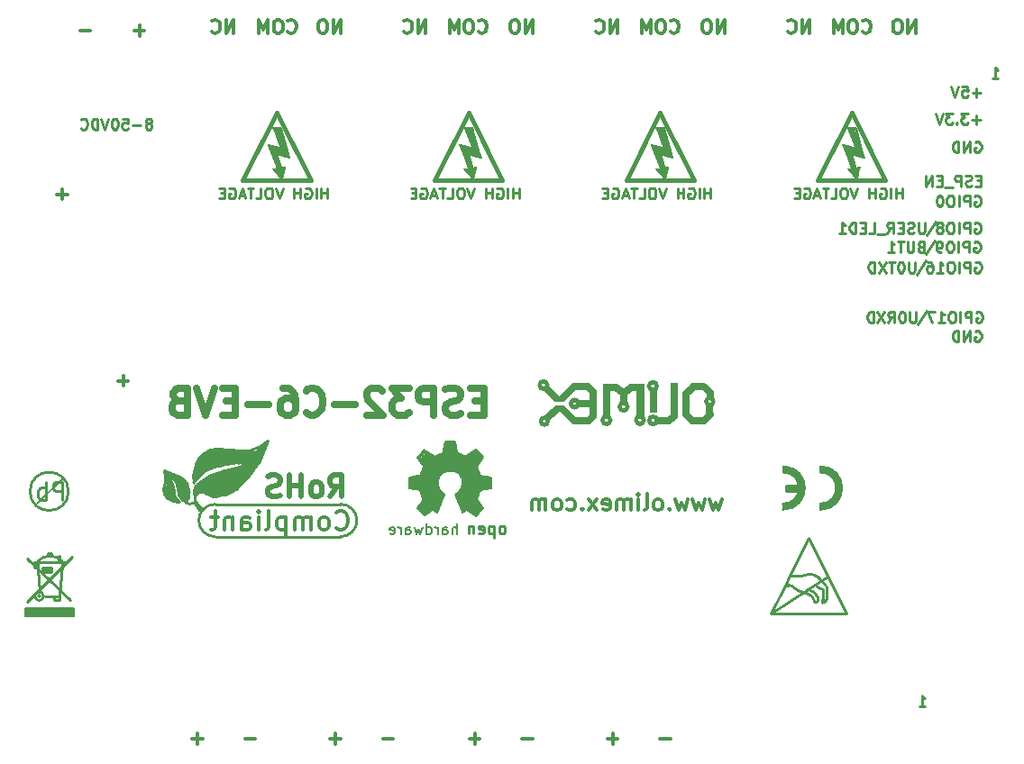
<source format=gbr>
G04 #@! TF.GenerationSoftware,KiCad,Pcbnew,5.1.0-rc2-unknown-036be7d~80~ubuntu16.04.1*
G04 #@! TF.CreationDate,2023-03-31T11:14:17+03:00*
G04 #@! TF.ProjectId,ESP32-C6-EVB_Rev_A,45535033-322d-4433-962d-4556425f5265,A*
G04 #@! TF.SameCoordinates,Original*
G04 #@! TF.FileFunction,Legend,Bot*
G04 #@! TF.FilePolarity,Positive*
%FSLAX46Y46*%
G04 Gerber Fmt 4.6, Leading zero omitted, Abs format (unit mm)*
G04 Created by KiCad (PCBNEW 5.1.0-rc2-unknown-036be7d~80~ubuntu16.04.1) date 2023-03-31 11:14:17*
%MOMM*%
%LPD*%
G04 APERTURE LIST*
%ADD10C,0.254000*%
%ADD11C,0.317500*%
%ADD12C,0.635000*%
%ADD13C,0.508000*%
%ADD14C,0.150000*%
%ADD15C,0.127000*%
%ADD16C,0.200000*%
%ADD17C,0.420000*%
%ADD18C,0.370000*%
%ADD19C,0.400000*%
%ADD20C,0.380000*%
%ADD21C,1.000000*%
%ADD22C,0.100000*%
%ADD23C,0.381000*%
%ADD24C,0.700000*%
%ADD25C,0.500000*%
%ADD26C,0.300000*%
%ADD27C,0.350000*%
%ADD28C,0.180000*%
%ADD29C,0.250000*%
G04 APERTURE END LIST*
D10*
X186575095Y-85217000D02*
X186671857Y-85168619D01*
X186817000Y-85168619D01*
X186962142Y-85217000D01*
X187058904Y-85313761D01*
X187107285Y-85410523D01*
X187155666Y-85604047D01*
X187155666Y-85749190D01*
X187107285Y-85942714D01*
X187058904Y-86039476D01*
X186962142Y-86136238D01*
X186817000Y-86184619D01*
X186720238Y-86184619D01*
X186575095Y-86136238D01*
X186526714Y-86087857D01*
X186526714Y-85749190D01*
X186720238Y-85749190D01*
X186091285Y-86184619D02*
X186091285Y-85168619D01*
X185510714Y-86184619D01*
X185510714Y-85168619D01*
X185026904Y-86184619D02*
X185026904Y-85168619D01*
X184785000Y-85168619D01*
X184639857Y-85217000D01*
X184543095Y-85313761D01*
X184494714Y-85410523D01*
X184446333Y-85604047D01*
X184446333Y-85749190D01*
X184494714Y-85942714D01*
X184543095Y-86039476D01*
X184639857Y-86136238D01*
X184785000Y-86184619D01*
X185026904Y-86184619D01*
X186702095Y-83439000D02*
X186798857Y-83390619D01*
X186944000Y-83390619D01*
X187089142Y-83439000D01*
X187185904Y-83535761D01*
X187234285Y-83632523D01*
X187282666Y-83826047D01*
X187282666Y-83971190D01*
X187234285Y-84164714D01*
X187185904Y-84261476D01*
X187089142Y-84358238D01*
X186944000Y-84406619D01*
X186847238Y-84406619D01*
X186702095Y-84358238D01*
X186653714Y-84309857D01*
X186653714Y-83971190D01*
X186847238Y-83971190D01*
X186218285Y-84406619D02*
X186218285Y-83390619D01*
X185831238Y-83390619D01*
X185734476Y-83439000D01*
X185686095Y-83487380D01*
X185637714Y-83584142D01*
X185637714Y-83729285D01*
X185686095Y-83826047D01*
X185734476Y-83874428D01*
X185831238Y-83922809D01*
X186218285Y-83922809D01*
X185202285Y-84406619D02*
X185202285Y-83390619D01*
X184524952Y-83390619D02*
X184331428Y-83390619D01*
X184234666Y-83439000D01*
X184137904Y-83535761D01*
X184089523Y-83729285D01*
X184089523Y-84067952D01*
X184137904Y-84261476D01*
X184234666Y-84358238D01*
X184331428Y-84406619D01*
X184524952Y-84406619D01*
X184621714Y-84358238D01*
X184718476Y-84261476D01*
X184766857Y-84067952D01*
X184766857Y-83729285D01*
X184718476Y-83535761D01*
X184621714Y-83439000D01*
X184524952Y-83390619D01*
X183121904Y-84406619D02*
X183702476Y-84406619D01*
X183412190Y-84406619D02*
X183412190Y-83390619D01*
X183508952Y-83535761D01*
X183605714Y-83632523D01*
X183702476Y-83680904D01*
X182783238Y-83390619D02*
X182105904Y-83390619D01*
X182541333Y-84406619D01*
X182057523Y-83293857D02*
X181186666Y-84600142D01*
X181041523Y-83390619D02*
X181041523Y-84213095D01*
X180993142Y-84309857D01*
X180944761Y-84358238D01*
X180848000Y-84406619D01*
X180654476Y-84406619D01*
X180557714Y-84358238D01*
X180509333Y-84309857D01*
X180460952Y-84213095D01*
X180460952Y-83390619D01*
X179783619Y-83390619D02*
X179686857Y-83390619D01*
X179590095Y-83439000D01*
X179541714Y-83487380D01*
X179493333Y-83584142D01*
X179444952Y-83777666D01*
X179444952Y-84019571D01*
X179493333Y-84213095D01*
X179541714Y-84309857D01*
X179590095Y-84358238D01*
X179686857Y-84406619D01*
X179783619Y-84406619D01*
X179880380Y-84358238D01*
X179928761Y-84309857D01*
X179977142Y-84213095D01*
X180025523Y-84019571D01*
X180025523Y-83777666D01*
X179977142Y-83584142D01*
X179928761Y-83487380D01*
X179880380Y-83439000D01*
X179783619Y-83390619D01*
X178428952Y-84406619D02*
X178767619Y-83922809D01*
X179009523Y-84406619D02*
X179009523Y-83390619D01*
X178622476Y-83390619D01*
X178525714Y-83439000D01*
X178477333Y-83487380D01*
X178428952Y-83584142D01*
X178428952Y-83729285D01*
X178477333Y-83826047D01*
X178525714Y-83874428D01*
X178622476Y-83922809D01*
X179009523Y-83922809D01*
X178090285Y-83390619D02*
X177412952Y-84406619D01*
X177412952Y-83390619D02*
X178090285Y-84406619D01*
X177025904Y-84406619D02*
X177025904Y-83390619D01*
X176784000Y-83390619D01*
X176638857Y-83439000D01*
X176542095Y-83535761D01*
X176493714Y-83632523D01*
X176445333Y-83826047D01*
X176445333Y-83971190D01*
X176493714Y-84164714D01*
X176542095Y-84261476D01*
X176638857Y-84358238D01*
X176784000Y-84406619D01*
X177025904Y-84406619D01*
X186581142Y-78740000D02*
X186677904Y-78691619D01*
X186823047Y-78691619D01*
X186968190Y-78740000D01*
X187064952Y-78836761D01*
X187113333Y-78933523D01*
X187161714Y-79127047D01*
X187161714Y-79272190D01*
X187113333Y-79465714D01*
X187064952Y-79562476D01*
X186968190Y-79659238D01*
X186823047Y-79707619D01*
X186726285Y-79707619D01*
X186581142Y-79659238D01*
X186532761Y-79610857D01*
X186532761Y-79272190D01*
X186726285Y-79272190D01*
X186097333Y-79707619D02*
X186097333Y-78691619D01*
X185710285Y-78691619D01*
X185613523Y-78740000D01*
X185565142Y-78788380D01*
X185516761Y-78885142D01*
X185516761Y-79030285D01*
X185565142Y-79127047D01*
X185613523Y-79175428D01*
X185710285Y-79223809D01*
X186097333Y-79223809D01*
X185081333Y-79707619D02*
X185081333Y-78691619D01*
X184404000Y-78691619D02*
X184210476Y-78691619D01*
X184113714Y-78740000D01*
X184016952Y-78836761D01*
X183968571Y-79030285D01*
X183968571Y-79368952D01*
X184016952Y-79562476D01*
X184113714Y-79659238D01*
X184210476Y-79707619D01*
X184404000Y-79707619D01*
X184500761Y-79659238D01*
X184597523Y-79562476D01*
X184645904Y-79368952D01*
X184645904Y-79030285D01*
X184597523Y-78836761D01*
X184500761Y-78740000D01*
X184404000Y-78691619D01*
X183000952Y-79707619D02*
X183581523Y-79707619D01*
X183291238Y-79707619D02*
X183291238Y-78691619D01*
X183388000Y-78836761D01*
X183484761Y-78933523D01*
X183581523Y-78981904D01*
X182130095Y-78691619D02*
X182323619Y-78691619D01*
X182420380Y-78740000D01*
X182468761Y-78788380D01*
X182565523Y-78933523D01*
X182613904Y-79127047D01*
X182613904Y-79514095D01*
X182565523Y-79610857D01*
X182517142Y-79659238D01*
X182420380Y-79707619D01*
X182226857Y-79707619D01*
X182130095Y-79659238D01*
X182081714Y-79610857D01*
X182033333Y-79514095D01*
X182033333Y-79272190D01*
X182081714Y-79175428D01*
X182130095Y-79127047D01*
X182226857Y-79078666D01*
X182420380Y-79078666D01*
X182517142Y-79127047D01*
X182565523Y-79175428D01*
X182613904Y-79272190D01*
X181936571Y-78594857D02*
X181065714Y-79901142D01*
X180920571Y-78691619D02*
X180920571Y-79514095D01*
X180872190Y-79610857D01*
X180823809Y-79659238D01*
X180727047Y-79707619D01*
X180533523Y-79707619D01*
X180436761Y-79659238D01*
X180388380Y-79610857D01*
X180340000Y-79514095D01*
X180340000Y-78691619D01*
X179662666Y-78691619D02*
X179565904Y-78691619D01*
X179469142Y-78740000D01*
X179420761Y-78788380D01*
X179372380Y-78885142D01*
X179324000Y-79078666D01*
X179324000Y-79320571D01*
X179372380Y-79514095D01*
X179420761Y-79610857D01*
X179469142Y-79659238D01*
X179565904Y-79707619D01*
X179662666Y-79707619D01*
X179759428Y-79659238D01*
X179807809Y-79610857D01*
X179856190Y-79514095D01*
X179904571Y-79320571D01*
X179904571Y-79078666D01*
X179856190Y-78885142D01*
X179807809Y-78788380D01*
X179759428Y-78740000D01*
X179662666Y-78691619D01*
X179033714Y-78691619D02*
X178453142Y-78691619D01*
X178743428Y-79707619D02*
X178743428Y-78691619D01*
X178211238Y-78691619D02*
X177533904Y-79707619D01*
X177533904Y-78691619D02*
X178211238Y-79707619D01*
X177146857Y-79707619D02*
X177146857Y-78691619D01*
X176904952Y-78691619D01*
X176759809Y-78740000D01*
X176663047Y-78836761D01*
X176614666Y-78933523D01*
X176566285Y-79127047D01*
X176566285Y-79272190D01*
X176614666Y-79465714D01*
X176663047Y-79562476D01*
X176759809Y-79659238D01*
X176904952Y-79707619D01*
X177146857Y-79707619D01*
X186502523Y-76835000D02*
X186599285Y-76786619D01*
X186744428Y-76786619D01*
X186889571Y-76835000D01*
X186986333Y-76931761D01*
X187034714Y-77028523D01*
X187083095Y-77222047D01*
X187083095Y-77367190D01*
X187034714Y-77560714D01*
X186986333Y-77657476D01*
X186889571Y-77754238D01*
X186744428Y-77802619D01*
X186647666Y-77802619D01*
X186502523Y-77754238D01*
X186454142Y-77705857D01*
X186454142Y-77367190D01*
X186647666Y-77367190D01*
X186018714Y-77802619D02*
X186018714Y-76786619D01*
X185631666Y-76786619D01*
X185534904Y-76835000D01*
X185486523Y-76883380D01*
X185438142Y-76980142D01*
X185438142Y-77125285D01*
X185486523Y-77222047D01*
X185534904Y-77270428D01*
X185631666Y-77318809D01*
X186018714Y-77318809D01*
X185002714Y-77802619D02*
X185002714Y-76786619D01*
X184325380Y-76786619D02*
X184131857Y-76786619D01*
X184035095Y-76835000D01*
X183938333Y-76931761D01*
X183889952Y-77125285D01*
X183889952Y-77463952D01*
X183938333Y-77657476D01*
X184035095Y-77754238D01*
X184131857Y-77802619D01*
X184325380Y-77802619D01*
X184422142Y-77754238D01*
X184518904Y-77657476D01*
X184567285Y-77463952D01*
X184567285Y-77125285D01*
X184518904Y-76931761D01*
X184422142Y-76835000D01*
X184325380Y-76786619D01*
X183406142Y-77802619D02*
X183212619Y-77802619D01*
X183115857Y-77754238D01*
X183067476Y-77705857D01*
X182970714Y-77560714D01*
X182922333Y-77367190D01*
X182922333Y-76980142D01*
X182970714Y-76883380D01*
X183019095Y-76835000D01*
X183115857Y-76786619D01*
X183309380Y-76786619D01*
X183406142Y-76835000D01*
X183454523Y-76883380D01*
X183502904Y-76980142D01*
X183502904Y-77222047D01*
X183454523Y-77318809D01*
X183406142Y-77367190D01*
X183309380Y-77415571D01*
X183115857Y-77415571D01*
X183019095Y-77367190D01*
X182970714Y-77318809D01*
X182922333Y-77222047D01*
X182825571Y-76689857D02*
X181954714Y-77996142D01*
X181470904Y-77270428D02*
X181325761Y-77318809D01*
X181277380Y-77367190D01*
X181229000Y-77463952D01*
X181229000Y-77609095D01*
X181277380Y-77705857D01*
X181325761Y-77754238D01*
X181422523Y-77802619D01*
X181809571Y-77802619D01*
X181809571Y-76786619D01*
X181470904Y-76786619D01*
X181374142Y-76835000D01*
X181325761Y-76883380D01*
X181277380Y-76980142D01*
X181277380Y-77076904D01*
X181325761Y-77173666D01*
X181374142Y-77222047D01*
X181470904Y-77270428D01*
X181809571Y-77270428D01*
X180793571Y-76786619D02*
X180793571Y-77609095D01*
X180745190Y-77705857D01*
X180696809Y-77754238D01*
X180600047Y-77802619D01*
X180406523Y-77802619D01*
X180309761Y-77754238D01*
X180261380Y-77705857D01*
X180213000Y-77609095D01*
X180213000Y-76786619D01*
X179874333Y-76786619D02*
X179293761Y-76786619D01*
X179584047Y-77802619D02*
X179584047Y-76786619D01*
X178422904Y-77802619D02*
X179003476Y-77802619D01*
X178713190Y-77802619D02*
X178713190Y-76786619D01*
X178809952Y-76931761D01*
X178906714Y-77028523D01*
X179003476Y-77076904D01*
X186538809Y-75057000D02*
X186635571Y-75008619D01*
X186780714Y-75008619D01*
X186925857Y-75057000D01*
X187022619Y-75153761D01*
X187071000Y-75250523D01*
X187119380Y-75444047D01*
X187119380Y-75589190D01*
X187071000Y-75782714D01*
X187022619Y-75879476D01*
X186925857Y-75976238D01*
X186780714Y-76024619D01*
X186683952Y-76024619D01*
X186538809Y-75976238D01*
X186490428Y-75927857D01*
X186490428Y-75589190D01*
X186683952Y-75589190D01*
X186055000Y-76024619D02*
X186055000Y-75008619D01*
X185667952Y-75008619D01*
X185571190Y-75057000D01*
X185522809Y-75105380D01*
X185474428Y-75202142D01*
X185474428Y-75347285D01*
X185522809Y-75444047D01*
X185571190Y-75492428D01*
X185667952Y-75540809D01*
X186055000Y-75540809D01*
X185039000Y-76024619D02*
X185039000Y-75008619D01*
X184361666Y-75008619D02*
X184168142Y-75008619D01*
X184071380Y-75057000D01*
X183974619Y-75153761D01*
X183926238Y-75347285D01*
X183926238Y-75685952D01*
X183974619Y-75879476D01*
X184071380Y-75976238D01*
X184168142Y-76024619D01*
X184361666Y-76024619D01*
X184458428Y-75976238D01*
X184555190Y-75879476D01*
X184603571Y-75685952D01*
X184603571Y-75347285D01*
X184555190Y-75153761D01*
X184458428Y-75057000D01*
X184361666Y-75008619D01*
X183345666Y-75444047D02*
X183442428Y-75395666D01*
X183490809Y-75347285D01*
X183539190Y-75250523D01*
X183539190Y-75202142D01*
X183490809Y-75105380D01*
X183442428Y-75057000D01*
X183345666Y-75008619D01*
X183152142Y-75008619D01*
X183055380Y-75057000D01*
X183007000Y-75105380D01*
X182958619Y-75202142D01*
X182958619Y-75250523D01*
X183007000Y-75347285D01*
X183055380Y-75395666D01*
X183152142Y-75444047D01*
X183345666Y-75444047D01*
X183442428Y-75492428D01*
X183490809Y-75540809D01*
X183539190Y-75637571D01*
X183539190Y-75831095D01*
X183490809Y-75927857D01*
X183442428Y-75976238D01*
X183345666Y-76024619D01*
X183152142Y-76024619D01*
X183055380Y-75976238D01*
X183007000Y-75927857D01*
X182958619Y-75831095D01*
X182958619Y-75637571D01*
X183007000Y-75540809D01*
X183055380Y-75492428D01*
X183152142Y-75444047D01*
X182861857Y-74911857D02*
X181991000Y-76218142D01*
X181845857Y-75008619D02*
X181845857Y-75831095D01*
X181797476Y-75927857D01*
X181749095Y-75976238D01*
X181652333Y-76024619D01*
X181458809Y-76024619D01*
X181362047Y-75976238D01*
X181313666Y-75927857D01*
X181265285Y-75831095D01*
X181265285Y-75008619D01*
X180829857Y-75976238D02*
X180684714Y-76024619D01*
X180442809Y-76024619D01*
X180346047Y-75976238D01*
X180297666Y-75927857D01*
X180249285Y-75831095D01*
X180249285Y-75734333D01*
X180297666Y-75637571D01*
X180346047Y-75589190D01*
X180442809Y-75540809D01*
X180636333Y-75492428D01*
X180733095Y-75444047D01*
X180781476Y-75395666D01*
X180829857Y-75298904D01*
X180829857Y-75202142D01*
X180781476Y-75105380D01*
X180733095Y-75057000D01*
X180636333Y-75008619D01*
X180394428Y-75008619D01*
X180249285Y-75057000D01*
X179813857Y-75492428D02*
X179475190Y-75492428D01*
X179330047Y-76024619D02*
X179813857Y-76024619D01*
X179813857Y-75008619D01*
X179330047Y-75008619D01*
X178314047Y-76024619D02*
X178652714Y-75540809D01*
X178894619Y-76024619D02*
X178894619Y-75008619D01*
X178507571Y-75008619D01*
X178410809Y-75057000D01*
X178362428Y-75105380D01*
X178314047Y-75202142D01*
X178314047Y-75347285D01*
X178362428Y-75444047D01*
X178410809Y-75492428D01*
X178507571Y-75540809D01*
X178894619Y-75540809D01*
X178120523Y-76121380D02*
X177346428Y-76121380D01*
X176620714Y-76024619D02*
X177104523Y-76024619D01*
X177104523Y-75008619D01*
X176282047Y-75492428D02*
X175943380Y-75492428D01*
X175798238Y-76024619D02*
X176282047Y-76024619D01*
X176282047Y-75008619D01*
X175798238Y-75008619D01*
X175362809Y-76024619D02*
X175362809Y-75008619D01*
X175120904Y-75008619D01*
X174975761Y-75057000D01*
X174879000Y-75153761D01*
X174830619Y-75250523D01*
X174782238Y-75444047D01*
X174782238Y-75589190D01*
X174830619Y-75782714D01*
X174879000Y-75879476D01*
X174975761Y-75976238D01*
X175120904Y-76024619D01*
X175362809Y-76024619D01*
X173814619Y-76024619D02*
X174395190Y-76024619D01*
X174104904Y-76024619D02*
X174104904Y-75008619D01*
X174201666Y-75153761D01*
X174298428Y-75250523D01*
X174395190Y-75298904D01*
X187119380Y-71047428D02*
X186780714Y-71047428D01*
X186635571Y-71579619D02*
X187119380Y-71579619D01*
X187119380Y-70563619D01*
X186635571Y-70563619D01*
X186248523Y-71531238D02*
X186103380Y-71579619D01*
X185861476Y-71579619D01*
X185764714Y-71531238D01*
X185716333Y-71482857D01*
X185667952Y-71386095D01*
X185667952Y-71289333D01*
X185716333Y-71192571D01*
X185764714Y-71144190D01*
X185861476Y-71095809D01*
X186055000Y-71047428D01*
X186151761Y-70999047D01*
X186200142Y-70950666D01*
X186248523Y-70853904D01*
X186248523Y-70757142D01*
X186200142Y-70660380D01*
X186151761Y-70612000D01*
X186055000Y-70563619D01*
X185813095Y-70563619D01*
X185667952Y-70612000D01*
X185232523Y-71579619D02*
X185232523Y-70563619D01*
X184845476Y-70563619D01*
X184748714Y-70612000D01*
X184700333Y-70660380D01*
X184651952Y-70757142D01*
X184651952Y-70902285D01*
X184700333Y-70999047D01*
X184748714Y-71047428D01*
X184845476Y-71095809D01*
X185232523Y-71095809D01*
X184458428Y-71676380D02*
X183684333Y-71676380D01*
X183442428Y-71047428D02*
X183103761Y-71047428D01*
X182958619Y-71579619D02*
X183442428Y-71579619D01*
X183442428Y-70563619D01*
X182958619Y-70563619D01*
X182523190Y-71579619D02*
X182523190Y-70563619D01*
X181942619Y-71579619D01*
X181942619Y-70563619D01*
X186538809Y-72517000D02*
X186635571Y-72468619D01*
X186780714Y-72468619D01*
X186925857Y-72517000D01*
X187022619Y-72613761D01*
X187071000Y-72710523D01*
X187119380Y-72904047D01*
X187119380Y-73049190D01*
X187071000Y-73242714D01*
X187022619Y-73339476D01*
X186925857Y-73436238D01*
X186780714Y-73484619D01*
X186683952Y-73484619D01*
X186538809Y-73436238D01*
X186490428Y-73387857D01*
X186490428Y-73049190D01*
X186683952Y-73049190D01*
X186055000Y-73484619D02*
X186055000Y-72468619D01*
X185667952Y-72468619D01*
X185571190Y-72517000D01*
X185522809Y-72565380D01*
X185474428Y-72662142D01*
X185474428Y-72807285D01*
X185522809Y-72904047D01*
X185571190Y-72952428D01*
X185667952Y-73000809D01*
X186055000Y-73000809D01*
X185039000Y-73484619D02*
X185039000Y-72468619D01*
X184361666Y-72468619D02*
X184168142Y-72468619D01*
X184071380Y-72517000D01*
X183974619Y-72613761D01*
X183926238Y-72807285D01*
X183926238Y-73145952D01*
X183974619Y-73339476D01*
X184071380Y-73436238D01*
X184168142Y-73484619D01*
X184361666Y-73484619D01*
X184458428Y-73436238D01*
X184555190Y-73339476D01*
X184603571Y-73145952D01*
X184603571Y-72807285D01*
X184555190Y-72613761D01*
X184458428Y-72517000D01*
X184361666Y-72468619D01*
X183297285Y-72468619D02*
X183200523Y-72468619D01*
X183103761Y-72517000D01*
X183055380Y-72565380D01*
X183007000Y-72662142D01*
X182958619Y-72855666D01*
X182958619Y-73097571D01*
X183007000Y-73291095D01*
X183055380Y-73387857D01*
X183103761Y-73436238D01*
X183200523Y-73484619D01*
X183297285Y-73484619D01*
X183394047Y-73436238D01*
X183442428Y-73387857D01*
X183490809Y-73291095D01*
X183539190Y-73097571D01*
X183539190Y-72855666D01*
X183490809Y-72662142D01*
X183442428Y-72565380D01*
X183394047Y-72517000D01*
X183297285Y-72468619D01*
X187071000Y-65350571D02*
X186296904Y-65350571D01*
X186683952Y-65737619D02*
X186683952Y-64963523D01*
X185909857Y-64721619D02*
X185280904Y-64721619D01*
X185619571Y-65108666D01*
X185474428Y-65108666D01*
X185377666Y-65157047D01*
X185329285Y-65205428D01*
X185280904Y-65302190D01*
X185280904Y-65544095D01*
X185329285Y-65640857D01*
X185377666Y-65689238D01*
X185474428Y-65737619D01*
X185764714Y-65737619D01*
X185861476Y-65689238D01*
X185909857Y-65640857D01*
X184845476Y-65640857D02*
X184797095Y-65689238D01*
X184845476Y-65737619D01*
X184893857Y-65689238D01*
X184845476Y-65640857D01*
X184845476Y-65737619D01*
X184458428Y-64721619D02*
X183829476Y-64721619D01*
X184168142Y-65108666D01*
X184023000Y-65108666D01*
X183926238Y-65157047D01*
X183877857Y-65205428D01*
X183829476Y-65302190D01*
X183829476Y-65544095D01*
X183877857Y-65640857D01*
X183926238Y-65689238D01*
X184023000Y-65737619D01*
X184313285Y-65737619D01*
X184410047Y-65689238D01*
X184458428Y-65640857D01*
X183539190Y-64721619D02*
X183200523Y-65737619D01*
X182861857Y-64721619D01*
X187107285Y-62810571D02*
X186333190Y-62810571D01*
X186720238Y-63197619D02*
X186720238Y-62423523D01*
X185365571Y-62181619D02*
X185849380Y-62181619D01*
X185897761Y-62665428D01*
X185849380Y-62617047D01*
X185752619Y-62568666D01*
X185510714Y-62568666D01*
X185413952Y-62617047D01*
X185365571Y-62665428D01*
X185317190Y-62762190D01*
X185317190Y-63004095D01*
X185365571Y-63100857D01*
X185413952Y-63149238D01*
X185510714Y-63197619D01*
X185752619Y-63197619D01*
X185849380Y-63149238D01*
X185897761Y-63100857D01*
X185026904Y-62181619D02*
X184688238Y-63197619D01*
X184349571Y-62181619D01*
X186575095Y-67437000D02*
X186671857Y-67388619D01*
X186817000Y-67388619D01*
X186962142Y-67437000D01*
X187058904Y-67533761D01*
X187107285Y-67630523D01*
X187155666Y-67824047D01*
X187155666Y-67969190D01*
X187107285Y-68162714D01*
X187058904Y-68259476D01*
X186962142Y-68356238D01*
X186817000Y-68404619D01*
X186720238Y-68404619D01*
X186575095Y-68356238D01*
X186526714Y-68307857D01*
X186526714Y-67969190D01*
X186720238Y-67969190D01*
X186091285Y-68404619D02*
X186091285Y-67388619D01*
X185510714Y-68404619D01*
X185510714Y-67388619D01*
X185026904Y-68404619D02*
X185026904Y-67388619D01*
X184785000Y-67388619D01*
X184639857Y-67437000D01*
X184543095Y-67533761D01*
X184494714Y-67630523D01*
X184446333Y-67824047D01*
X184446333Y-67969190D01*
X184494714Y-68162714D01*
X184543095Y-68259476D01*
X184639857Y-68356238D01*
X184785000Y-68404619D01*
X185026904Y-68404619D01*
D11*
X107036809Y-89879714D02*
X106069190Y-89879714D01*
X106553000Y-90363523D02*
X106553000Y-89395904D01*
X101321809Y-72353714D02*
X100354190Y-72353714D01*
X100838000Y-72837523D02*
X100838000Y-71869904D01*
D10*
X188177714Y-61419619D02*
X188758285Y-61419619D01*
X188468000Y-61419619D02*
X188468000Y-60403619D01*
X188564761Y-60548761D01*
X188661523Y-60645523D01*
X188758285Y-60693904D01*
X181319714Y-120474619D02*
X181900285Y-120474619D01*
X181610000Y-120474619D02*
X181610000Y-119458619D01*
X181706761Y-119603761D01*
X181803523Y-119700523D01*
X181900285Y-119748904D01*
D11*
X157963809Y-123534714D02*
X156996190Y-123534714D01*
X153010809Y-123534714D02*
X152043190Y-123534714D01*
X152527000Y-124018523D02*
X152527000Y-123050904D01*
X140056809Y-123534714D02*
X139089190Y-123534714D01*
X139573000Y-124018523D02*
X139573000Y-123050904D01*
X145009809Y-123534714D02*
X144042190Y-123534714D01*
X131928809Y-123534714D02*
X130961190Y-123534714D01*
X126975809Y-123534714D02*
X126008190Y-123534714D01*
X126492000Y-124018523D02*
X126492000Y-123050904D01*
X118974809Y-123534714D02*
X118007190Y-123534714D01*
X114021809Y-123534714D02*
X113054190Y-123534714D01*
X113538000Y-124018523D02*
X113538000Y-123050904D01*
X103480809Y-56986714D02*
X102513190Y-56986714D01*
X108560809Y-56986714D02*
X107593190Y-56986714D01*
X108077000Y-57470523D02*
X108077000Y-56502904D01*
D10*
X109062761Y-65665047D02*
X109159523Y-65616666D01*
X109207904Y-65568285D01*
X109256285Y-65471523D01*
X109256285Y-65423142D01*
X109207904Y-65326380D01*
X109159523Y-65278000D01*
X109062761Y-65229619D01*
X108869238Y-65229619D01*
X108772476Y-65278000D01*
X108724095Y-65326380D01*
X108675714Y-65423142D01*
X108675714Y-65471523D01*
X108724095Y-65568285D01*
X108772476Y-65616666D01*
X108869238Y-65665047D01*
X109062761Y-65665047D01*
X109159523Y-65713428D01*
X109207904Y-65761809D01*
X109256285Y-65858571D01*
X109256285Y-66052095D01*
X109207904Y-66148857D01*
X109159523Y-66197238D01*
X109062761Y-66245619D01*
X108869238Y-66245619D01*
X108772476Y-66197238D01*
X108724095Y-66148857D01*
X108675714Y-66052095D01*
X108675714Y-65858571D01*
X108724095Y-65761809D01*
X108772476Y-65713428D01*
X108869238Y-65665047D01*
X108240285Y-65858571D02*
X107466190Y-65858571D01*
X106498571Y-65229619D02*
X106982380Y-65229619D01*
X107030761Y-65713428D01*
X106982380Y-65665047D01*
X106885619Y-65616666D01*
X106643714Y-65616666D01*
X106546952Y-65665047D01*
X106498571Y-65713428D01*
X106450190Y-65810190D01*
X106450190Y-66052095D01*
X106498571Y-66148857D01*
X106546952Y-66197238D01*
X106643714Y-66245619D01*
X106885619Y-66245619D01*
X106982380Y-66197238D01*
X107030761Y-66148857D01*
X105821238Y-65229619D02*
X105724476Y-65229619D01*
X105627714Y-65278000D01*
X105579333Y-65326380D01*
X105530952Y-65423142D01*
X105482571Y-65616666D01*
X105482571Y-65858571D01*
X105530952Y-66052095D01*
X105579333Y-66148857D01*
X105627714Y-66197238D01*
X105724476Y-66245619D01*
X105821238Y-66245619D01*
X105918000Y-66197238D01*
X105966380Y-66148857D01*
X106014761Y-66052095D01*
X106063142Y-65858571D01*
X106063142Y-65616666D01*
X106014761Y-65423142D01*
X105966380Y-65326380D01*
X105918000Y-65278000D01*
X105821238Y-65229619D01*
X105192285Y-65229619D02*
X104853619Y-66245619D01*
X104514952Y-65229619D01*
X104176285Y-66245619D02*
X104176285Y-65229619D01*
X103934380Y-65229619D01*
X103789238Y-65278000D01*
X103692476Y-65374761D01*
X103644095Y-65471523D01*
X103595714Y-65665047D01*
X103595714Y-65810190D01*
X103644095Y-66003714D01*
X103692476Y-66100476D01*
X103789238Y-66197238D01*
X103934380Y-66245619D01*
X104176285Y-66245619D01*
X102579714Y-66148857D02*
X102628095Y-66197238D01*
X102773238Y-66245619D01*
X102870000Y-66245619D01*
X103015142Y-66197238D01*
X103111904Y-66100476D01*
X103160285Y-66003714D01*
X103208666Y-65810190D01*
X103208666Y-65665047D01*
X103160285Y-65471523D01*
X103111904Y-65374761D01*
X103015142Y-65278000D01*
X102870000Y-65229619D01*
X102773238Y-65229619D01*
X102628095Y-65278000D01*
X102579714Y-65326380D01*
D12*
X140431761Y-91766571D02*
X139585095Y-91766571D01*
X139222238Y-93097047D02*
X140431761Y-93097047D01*
X140431761Y-90557047D01*
X139222238Y-90557047D01*
X138254619Y-92976095D02*
X137891761Y-93097047D01*
X137287000Y-93097047D01*
X137045095Y-92976095D01*
X136924142Y-92855142D01*
X136803190Y-92613238D01*
X136803190Y-92371333D01*
X136924142Y-92129428D01*
X137045095Y-92008476D01*
X137287000Y-91887523D01*
X137770809Y-91766571D01*
X138012714Y-91645619D01*
X138133666Y-91524666D01*
X138254619Y-91282761D01*
X138254619Y-91040857D01*
X138133666Y-90798952D01*
X138012714Y-90678000D01*
X137770809Y-90557047D01*
X137166047Y-90557047D01*
X136803190Y-90678000D01*
X135714619Y-93097047D02*
X135714619Y-90557047D01*
X134747000Y-90557047D01*
X134505095Y-90678000D01*
X134384142Y-90798952D01*
X134263190Y-91040857D01*
X134263190Y-91403714D01*
X134384142Y-91645619D01*
X134505095Y-91766571D01*
X134747000Y-91887523D01*
X135714619Y-91887523D01*
X133416523Y-90557047D02*
X131844142Y-90557047D01*
X132690809Y-91524666D01*
X132327952Y-91524666D01*
X132086047Y-91645619D01*
X131965095Y-91766571D01*
X131844142Y-92008476D01*
X131844142Y-92613238D01*
X131965095Y-92855142D01*
X132086047Y-92976095D01*
X132327952Y-93097047D01*
X133053666Y-93097047D01*
X133295571Y-92976095D01*
X133416523Y-92855142D01*
X130876523Y-90798952D02*
X130755571Y-90678000D01*
X130513666Y-90557047D01*
X129908904Y-90557047D01*
X129667000Y-90678000D01*
X129546047Y-90798952D01*
X129425095Y-91040857D01*
X129425095Y-91282761D01*
X129546047Y-91645619D01*
X130997476Y-93097047D01*
X129425095Y-93097047D01*
X128336523Y-92129428D02*
X126401285Y-92129428D01*
X123740333Y-92855142D02*
X123861285Y-92976095D01*
X124224142Y-93097047D01*
X124466047Y-93097047D01*
X124828904Y-92976095D01*
X125070809Y-92734190D01*
X125191761Y-92492285D01*
X125312714Y-92008476D01*
X125312714Y-91645619D01*
X125191761Y-91161809D01*
X125070809Y-90919904D01*
X124828904Y-90678000D01*
X124466047Y-90557047D01*
X124224142Y-90557047D01*
X123861285Y-90678000D01*
X123740333Y-90798952D01*
X121563190Y-90557047D02*
X122047000Y-90557047D01*
X122288904Y-90678000D01*
X122409857Y-90798952D01*
X122651761Y-91161809D01*
X122772714Y-91645619D01*
X122772714Y-92613238D01*
X122651761Y-92855142D01*
X122530809Y-92976095D01*
X122288904Y-93097047D01*
X121805095Y-93097047D01*
X121563190Y-92976095D01*
X121442238Y-92855142D01*
X121321285Y-92613238D01*
X121321285Y-92008476D01*
X121442238Y-91766571D01*
X121563190Y-91645619D01*
X121805095Y-91524666D01*
X122288904Y-91524666D01*
X122530809Y-91645619D01*
X122651761Y-91766571D01*
X122772714Y-92008476D01*
X120232714Y-92129428D02*
X118297476Y-92129428D01*
X117087952Y-91766571D02*
X116241285Y-91766571D01*
X115878428Y-93097047D02*
X117087952Y-93097047D01*
X117087952Y-90557047D01*
X115878428Y-90557047D01*
X115152714Y-90557047D02*
X114306047Y-93097047D01*
X113459380Y-90557047D01*
X111766047Y-91766571D02*
X111403190Y-91887523D01*
X111282238Y-92008476D01*
X111161285Y-92250380D01*
X111161285Y-92613238D01*
X111282238Y-92855142D01*
X111403190Y-92976095D01*
X111645095Y-93097047D01*
X112612714Y-93097047D01*
X112612714Y-90557047D01*
X111766047Y-90557047D01*
X111524142Y-90678000D01*
X111403190Y-90798952D01*
X111282238Y-91040857D01*
X111282238Y-91282761D01*
X111403190Y-91524666D01*
X111524142Y-91645619D01*
X111766047Y-91766571D01*
X112612714Y-91766571D01*
D11*
X162795857Y-101019428D02*
X162505571Y-102035428D01*
X162215285Y-101309714D01*
X161925000Y-102035428D01*
X161634714Y-101019428D01*
X161199285Y-101019428D02*
X160909000Y-102035428D01*
X160618714Y-101309714D01*
X160328428Y-102035428D01*
X160038142Y-101019428D01*
X159602714Y-101019428D02*
X159312428Y-102035428D01*
X159022142Y-101309714D01*
X158731857Y-102035428D01*
X158441571Y-101019428D01*
X157861000Y-101890285D02*
X157788428Y-101962857D01*
X157861000Y-102035428D01*
X157933571Y-101962857D01*
X157861000Y-101890285D01*
X157861000Y-102035428D01*
X156917571Y-102035428D02*
X157062714Y-101962857D01*
X157135285Y-101890285D01*
X157207857Y-101745142D01*
X157207857Y-101309714D01*
X157135285Y-101164571D01*
X157062714Y-101092000D01*
X156917571Y-101019428D01*
X156699857Y-101019428D01*
X156554714Y-101092000D01*
X156482142Y-101164571D01*
X156409571Y-101309714D01*
X156409571Y-101745142D01*
X156482142Y-101890285D01*
X156554714Y-101962857D01*
X156699857Y-102035428D01*
X156917571Y-102035428D01*
X155538714Y-102035428D02*
X155683857Y-101962857D01*
X155756428Y-101817714D01*
X155756428Y-100511428D01*
X154958142Y-102035428D02*
X154958142Y-101019428D01*
X154958142Y-100511428D02*
X155030714Y-100584000D01*
X154958142Y-100656571D01*
X154885571Y-100584000D01*
X154958142Y-100511428D01*
X154958142Y-100656571D01*
X154232428Y-102035428D02*
X154232428Y-101019428D01*
X154232428Y-101164571D02*
X154159857Y-101092000D01*
X154014714Y-101019428D01*
X153797000Y-101019428D01*
X153651857Y-101092000D01*
X153579285Y-101237142D01*
X153579285Y-102035428D01*
X153579285Y-101237142D02*
X153506714Y-101092000D01*
X153361571Y-101019428D01*
X153143857Y-101019428D01*
X152998714Y-101092000D01*
X152926142Y-101237142D01*
X152926142Y-102035428D01*
X151619857Y-101962857D02*
X151765000Y-102035428D01*
X152055285Y-102035428D01*
X152200428Y-101962857D01*
X152273000Y-101817714D01*
X152273000Y-101237142D01*
X152200428Y-101092000D01*
X152055285Y-101019428D01*
X151765000Y-101019428D01*
X151619857Y-101092000D01*
X151547285Y-101237142D01*
X151547285Y-101382285D01*
X152273000Y-101527428D01*
X151039285Y-102035428D02*
X150241000Y-101019428D01*
X151039285Y-101019428D02*
X150241000Y-102035428D01*
X149660428Y-101890285D02*
X149587857Y-101962857D01*
X149660428Y-102035428D01*
X149733000Y-101962857D01*
X149660428Y-101890285D01*
X149660428Y-102035428D01*
X148281571Y-101962857D02*
X148426714Y-102035428D01*
X148717000Y-102035428D01*
X148862142Y-101962857D01*
X148934714Y-101890285D01*
X149007285Y-101745142D01*
X149007285Y-101309714D01*
X148934714Y-101164571D01*
X148862142Y-101092000D01*
X148717000Y-101019428D01*
X148426714Y-101019428D01*
X148281571Y-101092000D01*
X147410714Y-102035428D02*
X147555857Y-101962857D01*
X147628428Y-101890285D01*
X147701000Y-101745142D01*
X147701000Y-101309714D01*
X147628428Y-101164571D01*
X147555857Y-101092000D01*
X147410714Y-101019428D01*
X147193000Y-101019428D01*
X147047857Y-101092000D01*
X146975285Y-101164571D01*
X146902714Y-101309714D01*
X146902714Y-101745142D01*
X146975285Y-101890285D01*
X147047857Y-101962857D01*
X147193000Y-102035428D01*
X147410714Y-102035428D01*
X146249571Y-102035428D02*
X146249571Y-101019428D01*
X146249571Y-101164571D02*
X146177000Y-101092000D01*
X146031857Y-101019428D01*
X145814142Y-101019428D01*
X145669000Y-101092000D01*
X145596428Y-101237142D01*
X145596428Y-102035428D01*
X145596428Y-101237142D02*
X145523857Y-101092000D01*
X145378714Y-101019428D01*
X145161000Y-101019428D01*
X145015857Y-101092000D01*
X144943285Y-101237142D01*
X144943285Y-102035428D01*
D10*
X111633000Y-101092000D02*
X111125000Y-101092000D01*
X111506000Y-100965000D02*
X110871000Y-100965000D01*
X111379000Y-100838000D02*
X110744000Y-100838000D01*
X111379000Y-100711000D02*
X110617000Y-100711000D01*
X111328200Y-100584000D02*
X110490000Y-100584000D01*
X111252000Y-100457000D02*
X110490000Y-100457000D01*
X111252000Y-100330000D02*
X110490000Y-100330000D01*
X111252000Y-100203000D02*
X110490000Y-100203000D01*
X111252000Y-100076000D02*
X110490000Y-100076000D01*
X111252000Y-99949000D02*
X110490000Y-99949000D01*
X111252000Y-99822000D02*
X110490000Y-99822000D01*
X111252000Y-99695000D02*
X110617000Y-99695000D01*
X111125000Y-99568000D02*
X110617000Y-99568000D01*
X111125000Y-99441000D02*
X110617000Y-99441000D01*
X110744000Y-98933000D02*
X110744000Y-99441000D01*
X110871000Y-98933000D02*
X110871000Y-99441000D01*
X110998000Y-98552000D02*
X110490000Y-98552000D01*
X111125000Y-98679000D02*
X110490000Y-98679000D01*
X111379000Y-98806000D02*
X110617000Y-98806000D01*
X110871000Y-98933000D02*
X111760000Y-98933000D01*
X110744000Y-98933000D02*
X110871000Y-98933000D01*
X110617000Y-98933000D02*
X110744000Y-98933000D01*
X111379000Y-99060000D02*
X111887000Y-99060000D01*
X111506000Y-99187000D02*
X112141000Y-99187000D01*
X111506000Y-99314000D02*
X112268000Y-99314000D01*
X111633000Y-99441000D02*
X112395000Y-99441000D01*
X111633000Y-99568000D02*
X112522000Y-99568000D01*
X111760000Y-99695000D02*
X112522000Y-99695000D01*
X111760000Y-99822000D02*
X112522000Y-99822000D01*
X111760000Y-99949000D02*
X112649000Y-99949000D01*
X111760000Y-100076000D02*
X112649000Y-100076000D01*
X112522000Y-100838000D02*
X112014000Y-100838000D01*
X112522000Y-100711000D02*
X111887000Y-100711000D01*
X112649000Y-100584000D02*
X111887000Y-100584000D01*
X112649000Y-100457000D02*
X111887000Y-100457000D01*
X112522000Y-100330000D02*
X111887000Y-100330000D01*
X112014000Y-100203000D02*
X112014000Y-100711000D01*
X111760000Y-100203000D02*
X112268000Y-101092000D01*
X112014000Y-100203000D02*
X111760000Y-100203000D01*
X112395000Y-100203000D02*
X112014000Y-100203000D01*
X112522000Y-100838000D02*
X112522000Y-100965000D01*
X112522000Y-100711000D02*
X112522000Y-100838000D01*
X112522000Y-100330000D02*
X112522000Y-100711000D01*
X112522000Y-100203000D02*
X112522000Y-100330000D01*
X112395000Y-100203000D02*
X112395000Y-100838000D01*
X112522000Y-100203000D02*
X112395000Y-100203000D01*
X112649000Y-100203000D02*
X112522000Y-100203000D01*
X112649000Y-100457000D02*
X112649000Y-100203000D01*
X112649000Y-100479860D02*
X112649000Y-100457000D01*
X111709200Y-100025200D02*
X111709200Y-100017580D01*
X112092740Y-101094540D02*
X112120680Y-101122480D01*
D13*
X115443000Y-99695000D02*
X116713000Y-99441000D01*
X115062000Y-99822000D02*
X115443000Y-99695000D01*
X114935000Y-99695000D02*
X115062000Y-99822000D01*
X114935000Y-99568000D02*
X114935000Y-99695000D01*
X115443000Y-99314000D02*
X114935000Y-99568000D01*
X115697000Y-99314000D02*
X115443000Y-99314000D01*
X116713000Y-99060000D02*
X115697000Y-99314000D01*
X117221000Y-99060000D02*
X116713000Y-99060000D01*
X117348000Y-99187000D02*
X117221000Y-99060000D01*
X117221000Y-99314000D02*
X117348000Y-99187000D01*
X116586000Y-99822000D02*
X117221000Y-99314000D01*
X116078000Y-99949000D02*
X116586000Y-99822000D01*
X115697000Y-100076000D02*
X116078000Y-99949000D01*
X115062000Y-100076000D02*
X115697000Y-100076000D01*
X114681000Y-99949000D02*
X115062000Y-100076000D01*
X114427000Y-99949000D02*
X114681000Y-99949000D01*
X114300000Y-99695000D02*
X114427000Y-99949000D01*
X114427000Y-99568000D02*
X114300000Y-99695000D01*
X115062000Y-99060000D02*
X114427000Y-99568000D01*
X116078000Y-98806000D02*
X115062000Y-99060000D01*
X117221000Y-98679000D02*
X116078000Y-98806000D01*
X117348000Y-98679000D02*
X117221000Y-98679000D01*
X117475000Y-98806000D02*
X117348000Y-98679000D01*
X118237000Y-98171000D02*
X117475000Y-98806000D01*
X117602000Y-98171000D02*
X118364000Y-97790000D01*
X116865400Y-98425000D02*
X117602000Y-98171000D01*
X116255800Y-98425000D02*
X116865400Y-98425000D01*
X114858800Y-98907600D02*
X116255800Y-98425000D01*
X114173000Y-99314000D02*
X114858800Y-98907600D01*
X113665000Y-99822000D02*
X114173000Y-99314000D01*
X113411000Y-100330000D02*
X113665000Y-99822000D01*
X113665000Y-100076000D02*
X113411000Y-100330000D01*
X114046000Y-99949000D02*
X113665000Y-100076000D01*
X114808000Y-100457000D02*
X114046000Y-99949000D01*
X115697000Y-100457000D02*
X114808000Y-100457000D01*
X116586000Y-100203000D02*
X115697000Y-100457000D01*
X117094000Y-99822000D02*
X116586000Y-100203000D01*
X117983000Y-98933000D02*
X117094000Y-99822000D01*
X118237000Y-98552000D02*
X117983000Y-98933000D01*
X118618000Y-98044000D02*
X118237000Y-98552000D01*
X118747540Y-97536000D02*
X119126000Y-96649540D01*
X118747540Y-97917000D02*
X118747540Y-97536000D01*
X119126000Y-97409000D02*
X118747540Y-97917000D01*
X119253000Y-96901000D02*
X119126000Y-97409000D01*
X119761000Y-96012000D02*
X119253000Y-96901000D01*
X114173000Y-97536000D02*
X115824000Y-97536000D01*
X114300000Y-97155000D02*
X119253000Y-97078800D01*
X114300000Y-97409000D02*
X114300000Y-97155000D01*
X114300000Y-96901000D02*
X114300000Y-97155000D01*
X118872000Y-96901000D02*
X114300000Y-96901000D01*
X118364000Y-97028000D02*
X118872000Y-96901000D01*
X117094000Y-97409000D02*
X118364000Y-97028000D01*
X115951000Y-97536000D02*
X117094000Y-97409000D01*
X115824000Y-97536000D02*
X115951000Y-97536000D01*
X115316000Y-97536000D02*
X115824000Y-97536000D01*
X114681000Y-97917000D02*
X115316000Y-97536000D01*
X114300000Y-97409000D02*
X113919000Y-97917000D01*
X114554000Y-97917000D02*
X114300000Y-97409000D01*
X113919000Y-98298000D02*
X114554000Y-97917000D01*
X113411000Y-98933000D02*
X113919000Y-98298000D01*
X113538000Y-97917000D02*
X113411000Y-98933000D01*
X113792000Y-97409000D02*
X113538000Y-97917000D01*
X114300000Y-96901000D02*
X113792000Y-97409000D01*
X114935000Y-96520000D02*
X114300000Y-96901000D01*
X116586000Y-96520000D02*
X114935000Y-96520000D01*
X117602000Y-96649540D02*
X116586000Y-96520000D01*
X118747540Y-96649540D02*
X117602000Y-96649540D01*
D10*
X119761000Y-96012000D02*
X118747540Y-96649540D01*
X111302800Y-100027740D02*
X111328200Y-100418900D01*
X112382300Y-101219000D02*
X112395000Y-101219000D01*
X111480600Y-101219000D02*
X111836200Y-101219000D01*
X110677960Y-100898960D02*
X110700820Y-100921820D01*
X110363000Y-98298000D02*
X110497620Y-98836480D01*
X111379000Y-98679000D02*
X110363000Y-98298000D01*
X111800640Y-98859340D02*
X111379000Y-98679000D01*
X112575340Y-99598480D02*
X112522000Y-99504500D01*
X112395000Y-101219000D02*
X112692180Y-100799900D01*
X112529620Y-101353620D02*
X112395000Y-101219000D01*
X113284000Y-101219000D02*
X113179860Y-101325680D01*
X114046000Y-101981000D02*
X113555780Y-101490780D01*
X113284000Y-100883720D02*
X113284000Y-100838000D01*
X113919000Y-102108000D02*
X113411000Y-101346000D01*
X117360700Y-97569020D02*
X118747540Y-97155000D01*
X115493800Y-97858580D02*
X116011960Y-97784920D01*
X114218720Y-98366580D02*
X114226340Y-98361500D01*
X113159540Y-99441000D02*
X113162080Y-99438460D01*
X113573560Y-99585780D02*
X113403380Y-99773740D01*
X116438680Y-98254820D02*
X116128800Y-98315780D01*
X118747540Y-97155000D02*
X118465600Y-97502980D01*
X113919000Y-101981000D02*
X113733580Y-101795580D01*
X113261140Y-100665280D02*
X113284000Y-100711000D01*
X113159540Y-99060000D02*
X113159540Y-99441000D01*
X113365280Y-97782380D02*
X113217960Y-98381820D01*
X117563900Y-96461580D02*
X115415060Y-96266000D01*
X120142000Y-95504000D02*
X119280940Y-96123760D01*
X115387120Y-100711000D02*
X114871500Y-100711000D01*
X117292120Y-100007420D02*
X117256560Y-100042980D01*
X120142000Y-95504000D02*
X119275860Y-97619820D01*
X113560860Y-100436680D02*
X113284000Y-100711000D01*
X114333020Y-100490020D02*
X114279680Y-100436680D01*
X127000000Y-104521000D02*
X115189000Y-104521000D01*
X115189000Y-101473000D02*
X127000000Y-101473000D01*
X112648556Y-100481371D02*
G75*
G02X112395000Y-101092000I-865696J1511D01*
G01*
X111202020Y-98986180D02*
G75*
G02X111709200Y-100017580I-991420J-1127920D01*
G01*
X112119340Y-101122046D02*
G75*
G02X111709200Y-100025200I1118940J1043506D01*
G01*
X112396788Y-101220791D02*
G75*
G02X112092740Y-101094540I752J431051D01*
G01*
X111830340Y-101214613D02*
G75*
G02X111328200Y-100418900I709440J1003993D01*
G01*
X110948795Y-99080066D02*
G75*
G02X111302800Y-100070920I-1408755J-1061974D01*
G01*
X111481927Y-101220303D02*
G75*
G02X111282480Y-101196140I-1327J824263D01*
G01*
X111280497Y-101195453D02*
G75*
G02X110700820Y-100921820I205183J1185493D01*
G01*
X110676946Y-100899974D02*
G75*
G02X110363000Y-100142040I757934J757934D01*
G01*
X110363283Y-100142487D02*
G75*
G02X110434120Y-99773740I992857J447D01*
G01*
X110498148Y-98839136D02*
G75*
G02X110434120Y-99773740I-1478808J-368184D01*
G01*
X111800000Y-98860511D02*
G75*
G02X112522000Y-99504500I-601340J-1400909D01*
G01*
X112575794Y-99600321D02*
G75*
G02X112776000Y-100355400I-1323794J-755079D01*
G01*
X112777874Y-100355901D02*
G75*
G02X112692180Y-100799900I-1195674J501D01*
G01*
X112821720Y-101474612D02*
G75*
G02X112529620Y-101353620I0J413092D01*
G01*
X113179134Y-101324954D02*
G75*
G02X112821720Y-101473000I-357414J357414D01*
G01*
X113552258Y-101490710D02*
G75*
G02X113284000Y-100838000I653762J650170D01*
G01*
X113789978Y-102108280D02*
G75*
G02X113284000Y-100883720I1228842J1224560D01*
G01*
X117354379Y-97569186D02*
G75*
G02X116011960Y-97784920I-1812319J6992786D01*
G01*
X114230130Y-98358934D02*
G75*
G02X115493800Y-97858580I2134890J-3545866D01*
G01*
X113163641Y-99436765D02*
G75*
G02X114218720Y-98366580I3831299J-2722035D01*
G01*
X113283155Y-100711069D02*
G75*
G02X113403380Y-99773740I762845J378529D01*
G01*
X113574473Y-99585156D02*
G75*
G02X116128800Y-98315780I3654147J-4148444D01*
G01*
X118465541Y-97504778D02*
G75*
G02X116438680Y-98254820I-2631381J3997218D01*
G01*
X113731549Y-101796559D02*
G75*
G02X113284000Y-100711000I1086611J1083019D01*
G01*
X113157760Y-99059243D02*
G75*
G02X113217960Y-98381820I3049780J70363D01*
G01*
X113364736Y-97778585D02*
G75*
G02X115415060Y-96266000I2144304J-760715D01*
G01*
X119278952Y-96121522D02*
G75*
G02X117563900Y-96461580I-1268012J1900222D01*
G01*
X117252933Y-100045013D02*
G75*
G02X115387120Y-100711000I-1738813J1924813D01*
G01*
X119273464Y-97625447D02*
G75*
G02X117292120Y-100007420I-8344044J4925607D01*
G01*
X113560860Y-100434140D02*
G75*
G02X114279680Y-100436680I358140J-360680D01*
G01*
X114871500Y-100713066D02*
G75*
G02X114333020Y-100490020I0J761526D01*
G01*
X115189000Y-104521000D02*
G75*
G02X113665000Y-102997000I0J1524000D01*
G01*
X128524000Y-102997000D02*
G75*
G02X127000000Y-104521000I-1524000J0D01*
G01*
X127000000Y-101473000D02*
G75*
G02X128524000Y-102997000I0J-1524000D01*
G01*
X113665000Y-102997000D02*
G75*
G02X115189000Y-101473000I1524000J0D01*
G01*
D14*
X97361000Y-111202000D02*
X97361000Y-111964000D01*
X101933000Y-111202000D02*
X97361000Y-111202000D01*
X101933000Y-111964000D02*
X101933000Y-111202000D01*
X97361000Y-111964000D02*
X101933000Y-111964000D01*
X97411800Y-111252800D02*
X101831400Y-111252800D01*
X101882200Y-111354400D02*
X97411800Y-111354400D01*
X97411800Y-111506800D02*
X101831400Y-111506800D01*
X97411800Y-111659200D02*
X101831400Y-111659200D01*
X101882200Y-111405200D02*
X97462600Y-111405200D01*
X101882200Y-111557600D02*
X97411800Y-111557600D01*
X97462600Y-111760800D02*
X101831400Y-111760800D01*
X101882200Y-111862400D02*
X97462600Y-111862400D01*
D10*
X101727000Y-106426000D02*
X97536000Y-110617000D01*
X101600000Y-110490000D02*
X97536000Y-106553000D01*
X100584000Y-110109000D02*
X99187000Y-110109000D01*
X100584000Y-110109000D02*
X100838000Y-107061000D01*
X101092000Y-106934000D02*
X98171000Y-106934000D01*
X100076000Y-110490000D02*
X100076000Y-110236000D01*
X100584000Y-110490000D02*
X100076000Y-110490000D01*
X100584000Y-110109000D02*
X100584000Y-110490000D01*
X98679000Y-109601000D02*
X98552000Y-107569000D01*
X99080609Y-110109000D02*
G75*
G03X99080609Y-110109000I-401609J0D01*
G01*
X100457000Y-106299000D02*
X100457000Y-106807000D01*
X100584000Y-106299000D02*
X100457000Y-106299000D01*
X100584000Y-106807000D02*
X100584000Y-106299000D01*
X98171000Y-107442000D02*
X98171000Y-106934000D01*
X98552000Y-107442000D02*
X98171000Y-107442000D01*
X98552000Y-106934000D02*
X98552000Y-107442000D01*
X98425000Y-107061000D02*
X98425000Y-107188000D01*
X98425000Y-106934000D02*
X98298000Y-107315000D01*
X98425000Y-107061000D02*
X98425000Y-107188000D01*
X98298000Y-107061000D02*
X98298000Y-107442000D01*
X98425000Y-107061000D02*
X98298000Y-107061000D01*
X98425000Y-107442000D02*
X98425000Y-107061000D01*
X99822000Y-107823000D02*
X99822000Y-107442000D01*
X98933000Y-107823000D02*
X99822000Y-107823000D01*
X98933000Y-107442000D02*
X98933000Y-107823000D01*
X99822000Y-107442000D02*
X98933000Y-107442000D01*
X99695000Y-107569000D02*
X99060000Y-107569000D01*
X99441000Y-106045000D02*
X99822000Y-106045000D01*
X99441000Y-106172000D02*
X99441000Y-106045000D01*
X99822000Y-106172000D02*
X99441000Y-106172000D01*
X99822000Y-106045000D02*
X99822000Y-106172000D01*
D15*
X98806000Y-110109000D02*
G75*
G03X98806000Y-110109000I-127000J0D01*
G01*
D10*
X98552000Y-106807000D02*
G75*
G02X100838000Y-106807000I1143000J-1143000D01*
G01*
X101421037Y-100263960D02*
G75*
G03X101421037Y-100263960I-1802237J0D01*
G01*
D16*
X98458020Y-101427280D02*
X100891340Y-99006660D01*
D17*
X138513820Y-102029260D02*
X137962640Y-100606860D01*
D18*
X138859260Y-101843840D02*
X138541760Y-102049580D01*
D19*
X139649200Y-102392480D02*
X138869420Y-101861620D01*
D20*
X140225780Y-101854000D02*
X139661900Y-102392480D01*
D18*
X140210540Y-101854000D02*
X139677140Y-101020880D01*
X140035280Y-100093780D02*
X139677140Y-100977700D01*
X141013180Y-99852480D02*
X140063220Y-100070920D01*
D20*
X141003020Y-99075240D02*
X141008100Y-99862640D01*
D18*
X141015720Y-99062540D02*
X139997180Y-98882200D01*
X139966700Y-98846640D02*
X139618720Y-97980500D01*
X140195300Y-97078800D02*
X139639040Y-97929700D01*
D20*
X140205460Y-97055940D02*
X139705080Y-96522540D01*
D18*
X139656820Y-96497140D02*
X138828780Y-97149920D01*
X138767820Y-97139760D02*
X137922000Y-96733360D01*
X137662920Y-95699580D02*
X137868660Y-96713040D01*
X137670540Y-95686880D02*
X136885680Y-95686880D01*
X136903460Y-95707200D02*
X136690100Y-96725740D01*
X136690100Y-96725740D02*
X135788400Y-97175320D01*
X135775700Y-97170240D02*
X134871460Y-96535800D01*
X134871460Y-96537780D02*
X134317740Y-97083880D01*
X134317740Y-97086420D02*
X134934960Y-97876360D01*
X134934960Y-97876360D02*
X134594600Y-98813620D01*
X134594600Y-98813620D02*
X133512560Y-99042220D01*
X133512560Y-99042220D02*
X133512560Y-99877880D01*
X133512560Y-99877880D02*
X134526020Y-100048060D01*
X134526020Y-100048060D02*
X134932420Y-100959920D01*
X134881620Y-102407720D02*
X135717280Y-101841300D01*
X135717280Y-101841300D02*
X136055100Y-102026720D01*
X136055100Y-102026720D02*
X136629140Y-100586540D01*
X134932420Y-100959920D02*
X134312660Y-101846380D01*
X134866380Y-102400100D02*
X134312660Y-101854000D01*
D14*
X138432540Y-102209600D02*
X137782300Y-100540820D01*
X138816080Y-102006400D02*
X138470640Y-102227380D01*
X138828780Y-101996240D02*
X139654280Y-102560120D01*
X139661900Y-102567740D02*
X140383260Y-101874320D01*
X140390880Y-101871780D02*
X139793980Y-101008180D01*
X141152880Y-99964240D02*
X140081000Y-100159820D01*
X141152880Y-98971100D02*
X141152880Y-99956620D01*
X141155420Y-98968560D02*
X139984480Y-98765360D01*
X140086080Y-98770440D02*
X139750800Y-97937320D01*
X140347700Y-97086420D02*
X139753340Y-97939860D01*
X140368020Y-97050860D02*
X139694920Y-96337120D01*
X139682220Y-96334580D02*
X138711940Y-97050860D01*
X138747500Y-96982280D02*
X137843260Y-96603820D01*
X137759440Y-95587820D02*
X137960100Y-96613980D01*
X137749280Y-95580200D02*
X136784080Y-95580200D01*
X136784080Y-95580200D02*
X136558020Y-96751140D01*
X136568180Y-96669860D02*
X135763000Y-97007680D01*
X135882380Y-97055940D02*
X134871460Y-96382840D01*
X134866380Y-96380300D02*
X134172960Y-97071180D01*
X134167880Y-97078800D02*
X134871460Y-98069400D01*
X134782560Y-97960180D02*
X134416800Y-98828860D01*
X133479540Y-99730560D02*
X134586980Y-99954080D01*
X133395720Y-98988880D02*
X133398260Y-99946460D01*
X134533640Y-100177600D02*
X133410960Y-99966780D01*
X134429500Y-100144580D02*
X134810500Y-101125020D01*
X134462520Y-101780340D02*
X134947660Y-102311200D01*
X134858760Y-102555040D02*
X134175500Y-101864160D01*
X135745220Y-101940360D02*
X134868920Y-102560120D01*
X134881620Y-102245160D02*
X135702040Y-101716840D01*
X135564880Y-101912420D02*
X136093200Y-102240080D01*
X136093200Y-102240080D02*
X136479280Y-101259640D01*
X136484360Y-100561140D02*
X135956040Y-101942900D01*
X140860780Y-99159060D02*
X140860780Y-99809300D01*
X141003020Y-99214940D02*
X139887960Y-98968560D01*
X139473940Y-97947480D02*
X139860020Y-98945700D01*
X139468860Y-97952560D02*
X140070840Y-97043240D01*
X139712700Y-96598740D02*
X138828780Y-97320100D01*
X136441180Y-100619560D02*
X136263380Y-100497640D01*
X136263380Y-100497640D02*
X135887460Y-99786440D01*
X135887460Y-99786440D02*
X135887460Y-99268280D01*
X135882380Y-99280980D02*
X136116060Y-98607880D01*
X136116060Y-98607880D02*
X136626600Y-98178620D01*
X136626600Y-98178620D02*
X137441940Y-98018600D01*
X137441940Y-98010980D02*
X138313160Y-98440240D01*
X138313160Y-98440240D02*
X138732260Y-99171760D01*
X138737340Y-99176840D02*
X138605260Y-99999800D01*
X138600180Y-100030280D02*
X138506200Y-100200460D01*
X138600180Y-100030280D02*
X138506200Y-100200460D01*
X138376660Y-100251260D02*
X138117580Y-100589080D01*
X138008360Y-100365560D02*
X137782300Y-100540820D01*
X136507220Y-100368100D02*
X136761220Y-100533200D01*
X136644380Y-100822760D02*
X136766300Y-100538280D01*
X138823700Y-97317560D02*
X137840720Y-96824800D01*
X138493500Y-100230940D02*
X138186160Y-100497640D01*
D21*
X139509500Y-101660960D02*
X138656060Y-100639880D01*
X140545820Y-99456240D02*
X139128500Y-99395280D01*
X139560300Y-97170240D02*
X138498580Y-98277680D01*
X137299700Y-96194880D02*
X137294620Y-97708720D01*
X135034020Y-97251520D02*
X136146540Y-98318320D01*
X134043420Y-99435920D02*
X135511540Y-99522280D01*
X138833860Y-101488240D02*
X138468100Y-100726240D01*
X139499340Y-100589080D02*
X138935460Y-100109020D01*
X139748260Y-99943920D02*
X139042140Y-99816920D01*
X139423140Y-98699320D02*
X138981180Y-98859340D01*
X139247880Y-98219260D02*
X138790680Y-98508820D01*
X138249660Y-97442020D02*
X138074400Y-97800160D01*
X137815320Y-97182940D02*
X137647680Y-97792540D01*
X136550400Y-97198180D02*
X136771380Y-97883980D01*
X135963660Y-97449640D02*
X136382760Y-98036380D01*
X135094980Y-98318320D02*
X135750300Y-98684080D01*
X134853680Y-99011740D02*
X135575040Y-99159060D01*
X135689340Y-100169980D02*
X135079740Y-100276660D01*
X136009380Y-100589080D02*
X135392160Y-100916740D01*
X136123680Y-100726240D02*
X134942580Y-101739700D01*
X136123680Y-100634800D02*
X135790940Y-101366320D01*
D18*
X136618980Y-100584000D02*
G75*
G02X136248140Y-98719640I746760J1117600D01*
G01*
X136237980Y-98734880D02*
G75*
G02X138163300Y-98536760I1061720J-863600D01*
G01*
X138188700Y-98562160D02*
G75*
G02X138112500Y-100416360I-965200J-889000D01*
G01*
D22*
X175444500Y-69806200D02*
X175734060Y-69724920D01*
X175734060Y-69724920D02*
X175457200Y-70850140D01*
X175007620Y-69897640D02*
X174540260Y-69950980D01*
X174540260Y-69950980D02*
X175358140Y-70852680D01*
X175000000Y-70093220D02*
X174946660Y-70105920D01*
X174756160Y-66488960D02*
X174585980Y-66047000D01*
X175424180Y-66240040D02*
X175363220Y-66021600D01*
X175363220Y-66021600D02*
X174603760Y-66021600D01*
D10*
X174702820Y-66130820D02*
X175314960Y-66130820D01*
D22*
X175543560Y-68749560D02*
X176181100Y-68937520D01*
X176181100Y-68937520D02*
X175975360Y-68244100D01*
X174446280Y-68487940D02*
X174111000Y-67609100D01*
X175132080Y-67924060D02*
X174111000Y-67609100D01*
D10*
X175063500Y-70202440D02*
X175208280Y-70545340D01*
X175411480Y-70065280D02*
X175480060Y-70375160D01*
X175238760Y-70103380D02*
X175353060Y-70550420D01*
X174850140Y-68368560D02*
X174900940Y-68581920D01*
X174692660Y-68307600D02*
X175195580Y-69989080D01*
X175657860Y-68515880D02*
X174486920Y-68112020D01*
X175472440Y-68289820D02*
X174540260Y-67967240D01*
X174875540Y-66224800D02*
X175683260Y-68632720D01*
X175124460Y-66290840D02*
X175805180Y-68592080D01*
X174695200Y-66115580D02*
X175436880Y-68056140D01*
X175360680Y-68073920D02*
X174250700Y-67731020D01*
X174250700Y-67731020D02*
X175127000Y-70116080D01*
X175099060Y-69961140D02*
X174712980Y-70014480D01*
X174712980Y-70009400D02*
X175393700Y-70776480D01*
X175388620Y-70812040D02*
X175627380Y-69839220D01*
X175617220Y-69846840D02*
X175332740Y-69910340D01*
X175375920Y-70027180D02*
X174941580Y-68495560D01*
X174941580Y-68495560D02*
X176051560Y-68820680D01*
X176051560Y-68820680D02*
X175314960Y-66133360D01*
D23*
X178169920Y-71000000D02*
X175005080Y-64650000D01*
X174982220Y-64660160D02*
X171809760Y-70997460D01*
X178172460Y-71002540D02*
X174997460Y-71000000D01*
X175000000Y-71000000D02*
X171825000Y-70997460D01*
X157000000Y-71000000D02*
X153825000Y-70997460D01*
X160172460Y-71002540D02*
X156997460Y-71000000D01*
X156982220Y-64660160D02*
X153809760Y-70997460D01*
X160169920Y-71000000D02*
X157005080Y-64650000D01*
D10*
X158051560Y-68820680D02*
X157314960Y-66133360D01*
X156941580Y-68495560D02*
X158051560Y-68820680D01*
X157375920Y-70027180D02*
X156941580Y-68495560D01*
X157617220Y-69846840D02*
X157332740Y-69910340D01*
X157388620Y-70812040D02*
X157627380Y-69839220D01*
X156712980Y-70009400D02*
X157393700Y-70776480D01*
X157099060Y-69961140D02*
X156712980Y-70014480D01*
X156250700Y-67731020D02*
X157127000Y-70116080D01*
X157360680Y-68073920D02*
X156250700Y-67731020D01*
X156695200Y-66115580D02*
X157436880Y-68056140D01*
X157124460Y-66290840D02*
X157805180Y-68592080D01*
X156875540Y-66224800D02*
X157683260Y-68632720D01*
X157472440Y-68289820D02*
X156540260Y-67967240D01*
X157657860Y-68515880D02*
X156486920Y-68112020D01*
X156692660Y-68307600D02*
X157195580Y-69989080D01*
X156850140Y-68368560D02*
X156900940Y-68581920D01*
X157238760Y-70103380D02*
X157353060Y-70550420D01*
X157411480Y-70065280D02*
X157480060Y-70375160D01*
X157063500Y-70202440D02*
X157208280Y-70545340D01*
D22*
X157132080Y-67924060D02*
X156111000Y-67609100D01*
X156446280Y-68487940D02*
X156111000Y-67609100D01*
X158181100Y-68937520D02*
X157975360Y-68244100D01*
X157543560Y-68749560D02*
X158181100Y-68937520D01*
D10*
X156702820Y-66130820D02*
X157314960Y-66130820D01*
D22*
X157363220Y-66021600D02*
X156603760Y-66021600D01*
X157424180Y-66240040D02*
X157363220Y-66021600D01*
X156756160Y-66488960D02*
X156585980Y-66047000D01*
X157000000Y-70093220D02*
X156946660Y-70105920D01*
X156540260Y-69950980D02*
X157358140Y-70852680D01*
X157007620Y-69897640D02*
X156540260Y-69950980D01*
X157734060Y-69724920D02*
X157457200Y-70850140D01*
X157444500Y-69806200D02*
X157734060Y-69724920D01*
X139444500Y-69806200D02*
X139734060Y-69724920D01*
X139734060Y-69724920D02*
X139457200Y-70850140D01*
X139007620Y-69897640D02*
X138540260Y-69950980D01*
X138540260Y-69950980D02*
X139358140Y-70852680D01*
X139000000Y-70093220D02*
X138946660Y-70105920D01*
X138756160Y-66488960D02*
X138585980Y-66047000D01*
X139424180Y-66240040D02*
X139363220Y-66021600D01*
X139363220Y-66021600D02*
X138603760Y-66021600D01*
D10*
X138702820Y-66130820D02*
X139314960Y-66130820D01*
D22*
X139543560Y-68749560D02*
X140181100Y-68937520D01*
X140181100Y-68937520D02*
X139975360Y-68244100D01*
X138446280Y-68487940D02*
X138111000Y-67609100D01*
X139132080Y-67924060D02*
X138111000Y-67609100D01*
D10*
X139063500Y-70202440D02*
X139208280Y-70545340D01*
X139411480Y-70065280D02*
X139480060Y-70375160D01*
X139238760Y-70103380D02*
X139353060Y-70550420D01*
X138850140Y-68368560D02*
X138900940Y-68581920D01*
X138692660Y-68307600D02*
X139195580Y-69989080D01*
X139657860Y-68515880D02*
X138486920Y-68112020D01*
X139472440Y-68289820D02*
X138540260Y-67967240D01*
X138875540Y-66224800D02*
X139683260Y-68632720D01*
X139124460Y-66290840D02*
X139805180Y-68592080D01*
X138695200Y-66115580D02*
X139436880Y-68056140D01*
X139360680Y-68073920D02*
X138250700Y-67731020D01*
X138250700Y-67731020D02*
X139127000Y-70116080D01*
X139099060Y-69961140D02*
X138712980Y-70014480D01*
X138712980Y-70009400D02*
X139393700Y-70776480D01*
X139388620Y-70812040D02*
X139627380Y-69839220D01*
X139617220Y-69846840D02*
X139332740Y-69910340D01*
X139375920Y-70027180D02*
X138941580Y-68495560D01*
X138941580Y-68495560D02*
X140051560Y-68820680D01*
X140051560Y-68820680D02*
X139314960Y-66133360D01*
D23*
X142169920Y-71000000D02*
X139005080Y-64650000D01*
X138982220Y-64660160D02*
X135809760Y-70997460D01*
X142172460Y-71002540D02*
X138997460Y-71000000D01*
X139000000Y-71000000D02*
X135825000Y-70997460D01*
X121000000Y-71000000D02*
X117825000Y-70997460D01*
X124172460Y-71002540D02*
X120997460Y-71000000D01*
X120982220Y-64660160D02*
X117809760Y-70997460D01*
X124169920Y-71000000D02*
X121005080Y-64650000D01*
D10*
X122051560Y-68820680D02*
X121314960Y-66133360D01*
X120941580Y-68495560D02*
X122051560Y-68820680D01*
X121375920Y-70027180D02*
X120941580Y-68495560D01*
X121617220Y-69846840D02*
X121332740Y-69910340D01*
X121388620Y-70812040D02*
X121627380Y-69839220D01*
X120712980Y-70009400D02*
X121393700Y-70776480D01*
X121099060Y-69961140D02*
X120712980Y-70014480D01*
X120250700Y-67731020D02*
X121127000Y-70116080D01*
X121360680Y-68073920D02*
X120250700Y-67731020D01*
X120695200Y-66115580D02*
X121436880Y-68056140D01*
X121124460Y-66290840D02*
X121805180Y-68592080D01*
X120875540Y-66224800D02*
X121683260Y-68632720D01*
X121472440Y-68289820D02*
X120540260Y-67967240D01*
X121657860Y-68515880D02*
X120486920Y-68112020D01*
X120692660Y-68307600D02*
X121195580Y-69989080D01*
X120850140Y-68368560D02*
X120900940Y-68581920D01*
X121238760Y-70103380D02*
X121353060Y-70550420D01*
X121411480Y-70065280D02*
X121480060Y-70375160D01*
X121063500Y-70202440D02*
X121208280Y-70545340D01*
D22*
X121132080Y-67924060D02*
X120111000Y-67609100D01*
X120446280Y-68487940D02*
X120111000Y-67609100D01*
X122181100Y-68937520D02*
X121975360Y-68244100D01*
X121543560Y-68749560D02*
X122181100Y-68937520D01*
D10*
X120702820Y-66130820D02*
X121314960Y-66130820D01*
D22*
X121363220Y-66021600D02*
X120603760Y-66021600D01*
X121424180Y-66240040D02*
X121363220Y-66021600D01*
X120756160Y-66488960D02*
X120585980Y-66047000D01*
X121000000Y-70093220D02*
X120946660Y-70105920D01*
X120540260Y-69950980D02*
X121358140Y-70852680D01*
X121007620Y-69897640D02*
X120540260Y-69950980D01*
X121734060Y-69724920D02*
X121457200Y-70850140D01*
X121444500Y-69806200D02*
X121734060Y-69724920D01*
D10*
X172275500Y-110490000D02*
X172339000Y-110490000D01*
X172275500Y-110490000D02*
X172275500Y-109474000D01*
X172212000Y-110680500D02*
X172212000Y-110553500D01*
X172656500Y-109283500D02*
X172656500Y-110363000D01*
X171704000Y-110680500D02*
X171551600Y-110680500D01*
X168719500Y-109093000D02*
X169037000Y-109093000D01*
X170345100Y-108204000D02*
X169164000Y-108204000D01*
X172720000Y-108267500D02*
X167386000Y-111760000D01*
X169164000Y-108204000D02*
X170942000Y-104648000D01*
X168719500Y-109093000D02*
X169164000Y-108204000D01*
X167386000Y-111760000D02*
X168719500Y-109093000D01*
X174498000Y-111760000D02*
X167386000Y-111760000D01*
X170942000Y-104648000D02*
X174498000Y-111760000D01*
X172339000Y-110490000D02*
G75*
G02X172466000Y-110617000I0J-127000D01*
G01*
X172212000Y-110553500D02*
G75*
G02X172275500Y-110490000I63500J0D01*
G01*
X172273071Y-110746545D02*
G75*
G02X172212000Y-110680500I2429J63505D01*
G01*
X172656500Y-110363000D02*
G75*
G02X172275500Y-110744000I-381000J0D01*
G01*
X172467048Y-108967575D02*
G75*
G02X172656500Y-109283500I-168688J-315925D01*
G01*
X172464549Y-108966142D02*
G75*
G02X172148500Y-108648500I478971J792622D01*
G01*
X172273935Y-109475845D02*
G75*
G02X171577000Y-109029500I153965J1007685D01*
G01*
X171830068Y-110236674D02*
G75*
G02X171831000Y-110553500I-316568J-159346D01*
G01*
X171830967Y-110553600D02*
G75*
G02X171704000Y-110680500I-190467J63600D01*
G01*
X170502275Y-109792493D02*
G75*
G02X170942000Y-109918500I-825195J-3709947D01*
G01*
X170941915Y-109919965D02*
G75*
G02X171513500Y-110680500I-284395J-808795D01*
G01*
X170879708Y-109475166D02*
G75*
G02X171831000Y-110236000I-285688J-1332334D01*
G01*
X170367461Y-109729576D02*
G75*
G02X169545000Y-109283500I147819J1253796D01*
G01*
X169036301Y-109093474D02*
G75*
G02X169545000Y-109283500I64199J-604046D01*
G01*
X170560915Y-108142114D02*
G75*
G02X170345100Y-108204000I-182795J230214D01*
G01*
X170561721Y-108140678D02*
G75*
G02X172148500Y-108648500I466639J-1274902D01*
G01*
D19*
X161995747Y-91821000D02*
G75*
G03X161995747Y-91821000I-337447J0D01*
G01*
D24*
X161671000Y-91046300D02*
X161163000Y-90538300D01*
X160070800Y-90462100D02*
X159435800Y-91071700D01*
X159461200Y-93027500D02*
X160020000Y-93611700D01*
X157835600Y-93624400D02*
X158292800Y-93167200D01*
X156849800Y-93624400D02*
X157835600Y-93624400D01*
D19*
X156703324Y-93599000D02*
G75*
G03X156703324Y-93599000I-366324J0D01*
G01*
D24*
X156337000Y-90906600D02*
X156337000Y-92506800D01*
D19*
X156697818Y-90373200D02*
G75*
G03X156697818Y-90373200I-373518J0D01*
G01*
X155464759Y-93573600D02*
G75*
G03X155464759Y-93573600I-359659J0D01*
G01*
D24*
X155117800Y-93065600D02*
X155117800Y-90474800D01*
X155117800Y-90474800D02*
X154279600Y-90474800D01*
X154279600Y-90474800D02*
X153670000Y-90982800D01*
X153568400Y-91770200D02*
X153568400Y-91059000D01*
X153492200Y-90982800D02*
X152857200Y-90474800D01*
D19*
X153939318Y-92303600D02*
G75*
G03X153939318Y-92303600I-370918J0D01*
G01*
D24*
X152857200Y-90474800D02*
X151968200Y-90474800D01*
D19*
X152318729Y-93586300D02*
G75*
G03X152318729Y-93586300I-363229J0D01*
G01*
X146455666Y-93675200D02*
G75*
G03X146455666Y-93675200I-329466J0D01*
G01*
D24*
X146456400Y-93319600D02*
X147294600Y-92506800D01*
D25*
X147802600Y-92405200D02*
X147269200Y-92405200D01*
D24*
X148945600Y-93624400D02*
X147802600Y-92506800D01*
X150266400Y-93624400D02*
X148945600Y-93624400D01*
X150698200Y-93192600D02*
X150266400Y-93624400D01*
X150698200Y-90957400D02*
X150698200Y-93192600D01*
X150698200Y-90932000D02*
X150215600Y-90424000D01*
X150167500Y-90449400D02*
X148945600Y-90449400D01*
X148945600Y-90449400D02*
X147853400Y-91516200D01*
D25*
X147828000Y-91630500D02*
X147269200Y-91630500D01*
D24*
X146405600Y-90639900D02*
X147269200Y-91533600D01*
D19*
X146396735Y-90284300D02*
G75*
G03X146396735Y-90284300I-359435J0D01*
G01*
D24*
X149479000Y-92024200D02*
X150698200Y-92024200D01*
D19*
X149330659Y-92024200D02*
G75*
G03X149330659Y-92024200I-359659J0D01*
G01*
D24*
X161099500Y-93637100D02*
X160058100Y-93637100D01*
X161658300Y-93078300D02*
X161658300Y-92316300D01*
X161671000Y-93065600D02*
X161086800Y-93637100D01*
X161671000Y-91097100D02*
X161671000Y-91338400D01*
X159448500Y-91059000D02*
X159448500Y-92989400D01*
X160070800Y-90449400D02*
X161074100Y-90449400D01*
X151955500Y-90462100D02*
X151955500Y-93065600D01*
X158292800Y-93179900D02*
X158292800Y-90449400D01*
D22*
X158292800Y-90106500D02*
X158572200Y-90106500D01*
X158597600Y-90106500D02*
X158597600Y-93256100D01*
X158584900Y-90106500D02*
X158597600Y-90106500D01*
X158572200Y-90106500D02*
X158584900Y-90106500D01*
X158457900Y-90195400D02*
X158521400Y-90182700D01*
X157975300Y-90106500D02*
X157975300Y-93141800D01*
X158280100Y-90106500D02*
X157975300Y-90106500D01*
X158153100Y-90182700D02*
X158038800Y-90182700D01*
X156654500Y-90792300D02*
X156654500Y-92811600D01*
X156019500Y-92811600D02*
X156019500Y-90792300D01*
X156044900Y-92811600D02*
X156019500Y-92811600D01*
X156654500Y-92811600D02*
X156044900Y-92811600D01*
X156514800Y-92748100D02*
X156578300Y-92748100D01*
X156171900Y-92748100D02*
X156083000Y-92748100D01*
X155435300Y-93154500D02*
X155435300Y-90170000D01*
X154190700Y-90157300D02*
X153606500Y-90639900D01*
X155435300Y-90157300D02*
X154190700Y-90157300D01*
X155282900Y-90220800D02*
X155359100Y-90220800D01*
X151625300Y-93179900D02*
X151625300Y-90170000D01*
X152946100Y-90157300D02*
X153568400Y-90652600D01*
X152920700Y-90157300D02*
X152946100Y-90157300D01*
X151625300Y-90157300D02*
X152920700Y-90157300D01*
X151625300Y-90170000D02*
X151625300Y-90157300D01*
X151777700Y-90233500D02*
X151676100Y-90233500D01*
X148831300Y-90119200D02*
X147574000Y-91363800D01*
X148882100Y-90119200D02*
X148831300Y-90119200D01*
X150253700Y-90119200D02*
X148882100Y-90119200D01*
D10*
X168807000Y-99949000D02*
X170057000Y-99949000D01*
X168807000Y-100199000D02*
X170057000Y-100199000D01*
X168807000Y-99699000D02*
X168807000Y-100199000D01*
X170057000Y-99699000D02*
X168807000Y-99699000D01*
X168557000Y-97949000D02*
X168557000Y-98449000D01*
X168557000Y-101449000D02*
X168557000Y-101949000D01*
X172057000Y-101449000D02*
X172057000Y-101949000D01*
X172057000Y-97949000D02*
X172057000Y-98449000D01*
X168557000Y-101949000D02*
G75*
G03X168557000Y-97949000I0J2000000D01*
G01*
D26*
X168606980Y-101699000D02*
G75*
G03X168607000Y-98199000I-49980J1750000D01*
G01*
D10*
X168557000Y-101449000D02*
G75*
G03X168557000Y-98449000I0J1500000D01*
G01*
D26*
X172106980Y-101699000D02*
G75*
G03X172107000Y-98199000I-49980J1750000D01*
G01*
D10*
X172057000Y-101949000D02*
G75*
G03X172057000Y-97949000I0J2000000D01*
G01*
X172057000Y-101449000D02*
G75*
G03X172057000Y-98449000I0J1500000D01*
G01*
D11*
X122028857Y-57095571D02*
X122089333Y-57156047D01*
X122270761Y-57216523D01*
X122391714Y-57216523D01*
X122573142Y-57156047D01*
X122694095Y-57035095D01*
X122754571Y-56914142D01*
X122815047Y-56672238D01*
X122815047Y-56490809D01*
X122754571Y-56248904D01*
X122694095Y-56127952D01*
X122573142Y-56007000D01*
X122391714Y-55946523D01*
X122270761Y-55946523D01*
X122089333Y-56007000D01*
X122028857Y-56067476D01*
X121242666Y-55946523D02*
X121000761Y-55946523D01*
X120879809Y-56007000D01*
X120758857Y-56127952D01*
X120698380Y-56369857D01*
X120698380Y-56793190D01*
X120758857Y-57035095D01*
X120879809Y-57156047D01*
X121000761Y-57216523D01*
X121242666Y-57216523D01*
X121363619Y-57156047D01*
X121484571Y-57035095D01*
X121545047Y-56793190D01*
X121545047Y-56369857D01*
X121484571Y-56127952D01*
X121363619Y-56007000D01*
X121242666Y-55946523D01*
X120154095Y-57216523D02*
X120154095Y-55946523D01*
X119730761Y-56853666D01*
X119307428Y-55946523D01*
X119307428Y-57216523D01*
X116948857Y-57216523D02*
X116948857Y-55946523D01*
X116223142Y-57216523D01*
X116223142Y-55946523D01*
X114892666Y-57095571D02*
X114953142Y-57156047D01*
X115134571Y-57216523D01*
X115255523Y-57216523D01*
X115436952Y-57156047D01*
X115557904Y-57035095D01*
X115618380Y-56914142D01*
X115678857Y-56672238D01*
X115678857Y-56490809D01*
X115618380Y-56248904D01*
X115557904Y-56127952D01*
X115436952Y-56007000D01*
X115255523Y-55946523D01*
X115134571Y-55946523D01*
X114953142Y-56007000D01*
X114892666Y-56067476D01*
X127012095Y-57216523D02*
X127012095Y-55946523D01*
X126286380Y-57216523D01*
X126286380Y-55946523D01*
X125439714Y-55946523D02*
X125197809Y-55946523D01*
X125076857Y-56007000D01*
X124955904Y-56127952D01*
X124895428Y-56369857D01*
X124895428Y-56793190D01*
X124955904Y-57035095D01*
X125076857Y-57156047D01*
X125197809Y-57216523D01*
X125439714Y-57216523D01*
X125560666Y-57156047D01*
X125681619Y-57035095D01*
X125742095Y-56793190D01*
X125742095Y-56369857D01*
X125681619Y-56127952D01*
X125560666Y-56007000D01*
X125439714Y-55946523D01*
X139935857Y-57095571D02*
X139996333Y-57156047D01*
X140177761Y-57216523D01*
X140298714Y-57216523D01*
X140480142Y-57156047D01*
X140601095Y-57035095D01*
X140661571Y-56914142D01*
X140722047Y-56672238D01*
X140722047Y-56490809D01*
X140661571Y-56248904D01*
X140601095Y-56127952D01*
X140480142Y-56007000D01*
X140298714Y-55946523D01*
X140177761Y-55946523D01*
X139996333Y-56007000D01*
X139935857Y-56067476D01*
X139149666Y-55946523D02*
X138907761Y-55946523D01*
X138786809Y-56007000D01*
X138665857Y-56127952D01*
X138605380Y-56369857D01*
X138605380Y-56793190D01*
X138665857Y-57035095D01*
X138786809Y-57156047D01*
X138907761Y-57216523D01*
X139149666Y-57216523D01*
X139270619Y-57156047D01*
X139391571Y-57035095D01*
X139452047Y-56793190D01*
X139452047Y-56369857D01*
X139391571Y-56127952D01*
X139270619Y-56007000D01*
X139149666Y-55946523D01*
X138061095Y-57216523D02*
X138061095Y-55946523D01*
X137637761Y-56853666D01*
X137214428Y-55946523D01*
X137214428Y-57216523D01*
X134982857Y-57216523D02*
X134982857Y-55946523D01*
X134257142Y-57216523D01*
X134257142Y-55946523D01*
X132926666Y-57095571D02*
X132987142Y-57156047D01*
X133168571Y-57216523D01*
X133289523Y-57216523D01*
X133470952Y-57156047D01*
X133591904Y-57035095D01*
X133652380Y-56914142D01*
X133712857Y-56672238D01*
X133712857Y-56490809D01*
X133652380Y-56248904D01*
X133591904Y-56127952D01*
X133470952Y-56007000D01*
X133289523Y-55946523D01*
X133168571Y-55946523D01*
X132987142Y-56007000D01*
X132926666Y-56067476D01*
X145046095Y-57216523D02*
X145046095Y-55946523D01*
X144320380Y-57216523D01*
X144320380Y-55946523D01*
X143473714Y-55946523D02*
X143231809Y-55946523D01*
X143110857Y-56007000D01*
X142989904Y-56127952D01*
X142929428Y-56369857D01*
X142929428Y-56793190D01*
X142989904Y-57035095D01*
X143110857Y-57156047D01*
X143231809Y-57216523D01*
X143473714Y-57216523D01*
X143594666Y-57156047D01*
X143715619Y-57035095D01*
X143776095Y-56793190D01*
X143776095Y-56369857D01*
X143715619Y-56127952D01*
X143594666Y-56007000D01*
X143473714Y-55946523D01*
X157969857Y-57095571D02*
X158030333Y-57156047D01*
X158211761Y-57216523D01*
X158332714Y-57216523D01*
X158514142Y-57156047D01*
X158635095Y-57035095D01*
X158695571Y-56914142D01*
X158756047Y-56672238D01*
X158756047Y-56490809D01*
X158695571Y-56248904D01*
X158635095Y-56127952D01*
X158514142Y-56007000D01*
X158332714Y-55946523D01*
X158211761Y-55946523D01*
X158030333Y-56007000D01*
X157969857Y-56067476D01*
X157183666Y-55946523D02*
X156941761Y-55946523D01*
X156820809Y-56007000D01*
X156699857Y-56127952D01*
X156639380Y-56369857D01*
X156639380Y-56793190D01*
X156699857Y-57035095D01*
X156820809Y-57156047D01*
X156941761Y-57216523D01*
X157183666Y-57216523D01*
X157304619Y-57156047D01*
X157425571Y-57035095D01*
X157486047Y-56793190D01*
X157486047Y-56369857D01*
X157425571Y-56127952D01*
X157304619Y-56007000D01*
X157183666Y-55946523D01*
X156095095Y-57216523D02*
X156095095Y-55946523D01*
X155671761Y-56853666D01*
X155248428Y-55946523D01*
X155248428Y-57216523D01*
X153016857Y-57216523D02*
X153016857Y-55946523D01*
X152291142Y-57216523D01*
X152291142Y-55946523D01*
X150960666Y-57095571D02*
X151021142Y-57156047D01*
X151202571Y-57216523D01*
X151323523Y-57216523D01*
X151504952Y-57156047D01*
X151625904Y-57035095D01*
X151686380Y-56914142D01*
X151746857Y-56672238D01*
X151746857Y-56490809D01*
X151686380Y-56248904D01*
X151625904Y-56127952D01*
X151504952Y-56007000D01*
X151323523Y-55946523D01*
X151202571Y-55946523D01*
X151021142Y-56007000D01*
X150960666Y-56067476D01*
X163080095Y-57216523D02*
X163080095Y-55946523D01*
X162354380Y-57216523D01*
X162354380Y-55946523D01*
X161507714Y-55946523D02*
X161265809Y-55946523D01*
X161144857Y-56007000D01*
X161023904Y-56127952D01*
X160963428Y-56369857D01*
X160963428Y-56793190D01*
X161023904Y-57035095D01*
X161144857Y-57156047D01*
X161265809Y-57216523D01*
X161507714Y-57216523D01*
X161628666Y-57156047D01*
X161749619Y-57035095D01*
X161810095Y-56793190D01*
X161810095Y-56369857D01*
X161749619Y-56127952D01*
X161628666Y-56007000D01*
X161507714Y-55946523D01*
X176003857Y-57095571D02*
X176064333Y-57156047D01*
X176245761Y-57216523D01*
X176366714Y-57216523D01*
X176548142Y-57156047D01*
X176669095Y-57035095D01*
X176729571Y-56914142D01*
X176790047Y-56672238D01*
X176790047Y-56490809D01*
X176729571Y-56248904D01*
X176669095Y-56127952D01*
X176548142Y-56007000D01*
X176366714Y-55946523D01*
X176245761Y-55946523D01*
X176064333Y-56007000D01*
X176003857Y-56067476D01*
X175217666Y-55946523D02*
X174975761Y-55946523D01*
X174854809Y-56007000D01*
X174733857Y-56127952D01*
X174673380Y-56369857D01*
X174673380Y-56793190D01*
X174733857Y-57035095D01*
X174854809Y-57156047D01*
X174975761Y-57216523D01*
X175217666Y-57216523D01*
X175338619Y-57156047D01*
X175459571Y-57035095D01*
X175520047Y-56793190D01*
X175520047Y-56369857D01*
X175459571Y-56127952D01*
X175338619Y-56007000D01*
X175217666Y-55946523D01*
X174129095Y-57216523D02*
X174129095Y-55946523D01*
X173705761Y-56853666D01*
X173282428Y-55946523D01*
X173282428Y-57216523D01*
X171050857Y-57216523D02*
X171050857Y-55946523D01*
X170325142Y-57216523D01*
X170325142Y-55946523D01*
X168994666Y-57095571D02*
X169055142Y-57156047D01*
X169236571Y-57216523D01*
X169357523Y-57216523D01*
X169538952Y-57156047D01*
X169659904Y-57035095D01*
X169720380Y-56914142D01*
X169780857Y-56672238D01*
X169780857Y-56490809D01*
X169720380Y-56248904D01*
X169659904Y-56127952D01*
X169538952Y-56007000D01*
X169357523Y-55946523D01*
X169236571Y-55946523D01*
X169055142Y-56007000D01*
X168994666Y-56067476D01*
X180987095Y-57216523D02*
X180987095Y-55946523D01*
X180261380Y-57216523D01*
X180261380Y-55946523D01*
X179414714Y-55946523D02*
X179172809Y-55946523D01*
X179051857Y-56007000D01*
X178930904Y-56127952D01*
X178870428Y-56369857D01*
X178870428Y-56793190D01*
X178930904Y-57035095D01*
X179051857Y-57156047D01*
X179172809Y-57216523D01*
X179414714Y-57216523D01*
X179535666Y-57156047D01*
X179656619Y-57035095D01*
X179717095Y-56793190D01*
X179717095Y-56369857D01*
X179656619Y-56127952D01*
X179535666Y-56007000D01*
X179414714Y-55946523D01*
D27*
X126557193Y-103682800D02*
X126641860Y-103767466D01*
X126895860Y-103852133D01*
X127065193Y-103852133D01*
X127319193Y-103767466D01*
X127488526Y-103598133D01*
X127573193Y-103428800D01*
X127657860Y-103090133D01*
X127657860Y-102836133D01*
X127573193Y-102497466D01*
X127488526Y-102328133D01*
X127319193Y-102158800D01*
X127065193Y-102074133D01*
X126895860Y-102074133D01*
X126641860Y-102158800D01*
X126557193Y-102243466D01*
X125541193Y-103852133D02*
X125710526Y-103767466D01*
X125795193Y-103682800D01*
X125879860Y-103513466D01*
X125879860Y-103005466D01*
X125795193Y-102836133D01*
X125710526Y-102751466D01*
X125541193Y-102666800D01*
X125287193Y-102666800D01*
X125117860Y-102751466D01*
X125033193Y-102836133D01*
X124948526Y-103005466D01*
X124948526Y-103513466D01*
X125033193Y-103682800D01*
X125117860Y-103767466D01*
X125287193Y-103852133D01*
X125541193Y-103852133D01*
X124186526Y-103852133D02*
X124186526Y-102666800D01*
X124186526Y-102836133D02*
X124101860Y-102751466D01*
X123932526Y-102666800D01*
X123678526Y-102666800D01*
X123509193Y-102751466D01*
X123424526Y-102920800D01*
X123424526Y-103852133D01*
X123424526Y-102920800D02*
X123339860Y-102751466D01*
X123170526Y-102666800D01*
X122916526Y-102666800D01*
X122747193Y-102751466D01*
X122662526Y-102920800D01*
X122662526Y-103852133D01*
X121815860Y-102666800D02*
X121815860Y-104444800D01*
X121815860Y-102751466D02*
X121646526Y-102666800D01*
X121307860Y-102666800D01*
X121138526Y-102751466D01*
X121053860Y-102836133D01*
X120969193Y-103005466D01*
X120969193Y-103513466D01*
X121053860Y-103682800D01*
X121138526Y-103767466D01*
X121307860Y-103852133D01*
X121646526Y-103852133D01*
X121815860Y-103767466D01*
X119953193Y-103852133D02*
X120122526Y-103767466D01*
X120207193Y-103598133D01*
X120207193Y-102074133D01*
X119275860Y-103852133D02*
X119275860Y-102666800D01*
X119275860Y-102074133D02*
X119360526Y-102158800D01*
X119275860Y-102243466D01*
X119191193Y-102158800D01*
X119275860Y-102074133D01*
X119275860Y-102243466D01*
X117667193Y-103852133D02*
X117667193Y-102920800D01*
X117751860Y-102751466D01*
X117921193Y-102666800D01*
X118259860Y-102666800D01*
X118429193Y-102751466D01*
X117667193Y-103767466D02*
X117836526Y-103852133D01*
X118259860Y-103852133D01*
X118429193Y-103767466D01*
X118513860Y-103598133D01*
X118513860Y-103428800D01*
X118429193Y-103259466D01*
X118259860Y-103174800D01*
X117836526Y-103174800D01*
X117667193Y-103090133D01*
X116820526Y-102666800D02*
X116820526Y-103852133D01*
X116820526Y-102836133D02*
X116735860Y-102751466D01*
X116566526Y-102666800D01*
X116312526Y-102666800D01*
X116143193Y-102751466D01*
X116058526Y-102920800D01*
X116058526Y-103852133D01*
X115465860Y-102666800D02*
X114788526Y-102666800D01*
X115211860Y-102074133D02*
X115211860Y-103598133D01*
X115127193Y-103767466D01*
X114957860Y-103852133D01*
X114788526Y-103852133D01*
D25*
X125978634Y-100747081D02*
X126645300Y-99794700D01*
X127121491Y-100747081D02*
X127121491Y-98747081D01*
X126359586Y-98747081D01*
X126169110Y-98842320D01*
X126073872Y-98937558D01*
X125978634Y-99128034D01*
X125978634Y-99413748D01*
X126073872Y-99604224D01*
X126169110Y-99699462D01*
X126359586Y-99794700D01*
X127121491Y-99794700D01*
X124835777Y-100747081D02*
X125026253Y-100651843D01*
X125121491Y-100556605D01*
X125216729Y-100366129D01*
X125216729Y-99794700D01*
X125121491Y-99604224D01*
X125026253Y-99508986D01*
X124835777Y-99413748D01*
X124550062Y-99413748D01*
X124359586Y-99508986D01*
X124264348Y-99604224D01*
X124169110Y-99794700D01*
X124169110Y-100366129D01*
X124264348Y-100556605D01*
X124359586Y-100651843D01*
X124550062Y-100747081D01*
X124835777Y-100747081D01*
X123311967Y-100747081D02*
X123311967Y-98747081D01*
X123311967Y-99699462D02*
X122169110Y-99699462D01*
X122169110Y-100747081D02*
X122169110Y-98747081D01*
X121311967Y-100651843D02*
X121026253Y-100747081D01*
X120550062Y-100747081D01*
X120359586Y-100651843D01*
X120264348Y-100556605D01*
X120169110Y-100366129D01*
X120169110Y-100175653D01*
X120264348Y-99985177D01*
X120359586Y-99889939D01*
X120550062Y-99794700D01*
X120931015Y-99699462D01*
X121121491Y-99604224D01*
X121216729Y-99508986D01*
X121311967Y-99318510D01*
X121311967Y-99128034D01*
X121216729Y-98937558D01*
X121121491Y-98842320D01*
X120931015Y-98747081D01*
X120454824Y-98747081D01*
X120169110Y-98842320D01*
D10*
X100807068Y-101053327D02*
X100807068Y-99353327D01*
X100235640Y-99353327D01*
X100092782Y-99434280D01*
X100021354Y-99515232D01*
X99949925Y-99677137D01*
X99949925Y-99919994D01*
X100021354Y-100081899D01*
X100092782Y-100162851D01*
X100235640Y-100243803D01*
X100807068Y-100243803D01*
X99307068Y-101053327D02*
X99307068Y-99353327D01*
X99307068Y-100000946D02*
X99164211Y-99919994D01*
X98878497Y-99919994D01*
X98735640Y-100000946D01*
X98664211Y-100081899D01*
X98592782Y-100243803D01*
X98592782Y-100729518D01*
X98664211Y-100891422D01*
X98735640Y-100972375D01*
X98878497Y-101053327D01*
X99164211Y-101053327D01*
X99307068Y-100972375D01*
X142233298Y-104241379D02*
X142338060Y-104188998D01*
X142390440Y-104136617D01*
X142442821Y-104031855D01*
X142442821Y-103717569D01*
X142390440Y-103612807D01*
X142338060Y-103560426D01*
X142233298Y-103508045D01*
X142076155Y-103508045D01*
X141971393Y-103560426D01*
X141919012Y-103612807D01*
X141866631Y-103717569D01*
X141866631Y-104031855D01*
X141919012Y-104136617D01*
X141971393Y-104188998D01*
X142076155Y-104241379D01*
X142233298Y-104241379D01*
X141395202Y-103508045D02*
X141395202Y-104608045D01*
X141395202Y-103560426D02*
X141290440Y-103508045D01*
X141080917Y-103508045D01*
X140976155Y-103560426D01*
X140923774Y-103612807D01*
X140871393Y-103717569D01*
X140871393Y-104031855D01*
X140923774Y-104136617D01*
X140976155Y-104188998D01*
X141080917Y-104241379D01*
X141290440Y-104241379D01*
X141395202Y-104188998D01*
X139980917Y-104188998D02*
X140085679Y-104241379D01*
X140295202Y-104241379D01*
X140399964Y-104188998D01*
X140452345Y-104084236D01*
X140452345Y-103665188D01*
X140399964Y-103560426D01*
X140295202Y-103508045D01*
X140085679Y-103508045D01*
X139980917Y-103560426D01*
X139928536Y-103665188D01*
X139928536Y-103769950D01*
X140452345Y-103874712D01*
X139457107Y-103508045D02*
X139457107Y-104241379D01*
X139457107Y-103612807D02*
X139404726Y-103560426D01*
X139299964Y-103508045D01*
X139142821Y-103508045D01*
X139038060Y-103560426D01*
X138985679Y-103665188D01*
X138985679Y-104241379D01*
D28*
X137917797Y-104287580D02*
X137917797Y-103287580D01*
X137489225Y-104287580D02*
X137489225Y-103763771D01*
X137536844Y-103668533D01*
X137632082Y-103620914D01*
X137774940Y-103620914D01*
X137870178Y-103668533D01*
X137917797Y-103716152D01*
X136584463Y-104287580D02*
X136584463Y-103763771D01*
X136632082Y-103668533D01*
X136727320Y-103620914D01*
X136917797Y-103620914D01*
X137013035Y-103668533D01*
X136584463Y-104239961D02*
X136679701Y-104287580D01*
X136917797Y-104287580D01*
X137013035Y-104239961D01*
X137060654Y-104144723D01*
X137060654Y-104049485D01*
X137013035Y-103954247D01*
X136917797Y-103906628D01*
X136679701Y-103906628D01*
X136584463Y-103859009D01*
X136108273Y-104287580D02*
X136108273Y-103620914D01*
X136108273Y-103811390D02*
X136060654Y-103716152D01*
X136013035Y-103668533D01*
X135917797Y-103620914D01*
X135822559Y-103620914D01*
X135060654Y-104287580D02*
X135060654Y-103287580D01*
X135060654Y-104239961D02*
X135155892Y-104287580D01*
X135346368Y-104287580D01*
X135441606Y-104239961D01*
X135489225Y-104192342D01*
X135536844Y-104097104D01*
X135536844Y-103811390D01*
X135489225Y-103716152D01*
X135441606Y-103668533D01*
X135346368Y-103620914D01*
X135155892Y-103620914D01*
X135060654Y-103668533D01*
X134679701Y-103620914D02*
X134489225Y-104287580D01*
X134298749Y-103811390D01*
X134108273Y-104287580D01*
X133917797Y-103620914D01*
X133108273Y-104287580D02*
X133108273Y-103763771D01*
X133155892Y-103668533D01*
X133251130Y-103620914D01*
X133441606Y-103620914D01*
X133536844Y-103668533D01*
X133108273Y-104239961D02*
X133203511Y-104287580D01*
X133441606Y-104287580D01*
X133536844Y-104239961D01*
X133584463Y-104144723D01*
X133584463Y-104049485D01*
X133536844Y-103954247D01*
X133441606Y-103906628D01*
X133203511Y-103906628D01*
X133108273Y-103859009D01*
X132632082Y-104287580D02*
X132632082Y-103620914D01*
X132632082Y-103811390D02*
X132584463Y-103716152D01*
X132536844Y-103668533D01*
X132441606Y-103620914D01*
X132346368Y-103620914D01*
X131632082Y-104239961D02*
X131727320Y-104287580D01*
X131917797Y-104287580D01*
X132013035Y-104239961D01*
X132060654Y-104144723D01*
X132060654Y-103763771D01*
X132013035Y-103668533D01*
X131917797Y-103620914D01*
X131727320Y-103620914D01*
X131632082Y-103668533D01*
X131584463Y-103763771D01*
X131584463Y-103859009D01*
X132060654Y-103954247D01*
D29*
X179730119Y-72747780D02*
X179730119Y-71747780D01*
X179730119Y-72223971D02*
X179158690Y-72223971D01*
X179158690Y-72747780D02*
X179158690Y-71747780D01*
X178682500Y-72747780D02*
X178682500Y-71747780D01*
X177682500Y-71795400D02*
X177777738Y-71747780D01*
X177920595Y-71747780D01*
X178063452Y-71795400D01*
X178158690Y-71890638D01*
X178206309Y-71985876D01*
X178253928Y-72176352D01*
X178253928Y-72319209D01*
X178206309Y-72509685D01*
X178158690Y-72604923D01*
X178063452Y-72700161D01*
X177920595Y-72747780D01*
X177825357Y-72747780D01*
X177682500Y-72700161D01*
X177634880Y-72652542D01*
X177634880Y-72319209D01*
X177825357Y-72319209D01*
X177206309Y-72747780D02*
X177206309Y-71747780D01*
X177206309Y-72223971D02*
X176634880Y-72223971D01*
X176634880Y-72747780D02*
X176634880Y-71747780D01*
X175539642Y-71747780D02*
X175206309Y-72747780D01*
X174872976Y-71747780D01*
X174349166Y-71747780D02*
X174158690Y-71747780D01*
X174063452Y-71795400D01*
X173968214Y-71890638D01*
X173920595Y-72081114D01*
X173920595Y-72414447D01*
X173968214Y-72604923D01*
X174063452Y-72700161D01*
X174158690Y-72747780D01*
X174349166Y-72747780D01*
X174444404Y-72700161D01*
X174539642Y-72604923D01*
X174587261Y-72414447D01*
X174587261Y-72081114D01*
X174539642Y-71890638D01*
X174444404Y-71795400D01*
X174349166Y-71747780D01*
X173015833Y-72747780D02*
X173492023Y-72747780D01*
X173492023Y-71747780D01*
X172825357Y-71747780D02*
X172253928Y-71747780D01*
X172539642Y-72747780D02*
X172539642Y-71747780D01*
X171968214Y-72462066D02*
X171492023Y-72462066D01*
X172063452Y-72747780D02*
X171730119Y-71747780D01*
X171396785Y-72747780D01*
X170539642Y-71795400D02*
X170634880Y-71747780D01*
X170777738Y-71747780D01*
X170920595Y-71795400D01*
X171015833Y-71890638D01*
X171063452Y-71985876D01*
X171111071Y-72176352D01*
X171111071Y-72319209D01*
X171063452Y-72509685D01*
X171015833Y-72604923D01*
X170920595Y-72700161D01*
X170777738Y-72747780D01*
X170682500Y-72747780D01*
X170539642Y-72700161D01*
X170492023Y-72652542D01*
X170492023Y-72319209D01*
X170682500Y-72319209D01*
X170063452Y-72223971D02*
X169730119Y-72223971D01*
X169587261Y-72747780D02*
X170063452Y-72747780D01*
X170063452Y-71747780D01*
X169587261Y-71747780D01*
X161730119Y-72747780D02*
X161730119Y-71747780D01*
X161730119Y-72223971D02*
X161158690Y-72223971D01*
X161158690Y-72747780D02*
X161158690Y-71747780D01*
X160682500Y-72747780D02*
X160682500Y-71747780D01*
X159682500Y-71795400D02*
X159777738Y-71747780D01*
X159920595Y-71747780D01*
X160063452Y-71795400D01*
X160158690Y-71890638D01*
X160206309Y-71985876D01*
X160253928Y-72176352D01*
X160253928Y-72319209D01*
X160206309Y-72509685D01*
X160158690Y-72604923D01*
X160063452Y-72700161D01*
X159920595Y-72747780D01*
X159825357Y-72747780D01*
X159682500Y-72700161D01*
X159634880Y-72652542D01*
X159634880Y-72319209D01*
X159825357Y-72319209D01*
X159206309Y-72747780D02*
X159206309Y-71747780D01*
X159206309Y-72223971D02*
X158634880Y-72223971D01*
X158634880Y-72747780D02*
X158634880Y-71747780D01*
X157539642Y-71747780D02*
X157206309Y-72747780D01*
X156872976Y-71747780D01*
X156349166Y-71747780D02*
X156158690Y-71747780D01*
X156063452Y-71795400D01*
X155968214Y-71890638D01*
X155920595Y-72081114D01*
X155920595Y-72414447D01*
X155968214Y-72604923D01*
X156063452Y-72700161D01*
X156158690Y-72747780D01*
X156349166Y-72747780D01*
X156444404Y-72700161D01*
X156539642Y-72604923D01*
X156587261Y-72414447D01*
X156587261Y-72081114D01*
X156539642Y-71890638D01*
X156444404Y-71795400D01*
X156349166Y-71747780D01*
X155015833Y-72747780D02*
X155492023Y-72747780D01*
X155492023Y-71747780D01*
X154825357Y-71747780D02*
X154253928Y-71747780D01*
X154539642Y-72747780D02*
X154539642Y-71747780D01*
X153968214Y-72462066D02*
X153492023Y-72462066D01*
X154063452Y-72747780D02*
X153730119Y-71747780D01*
X153396785Y-72747780D01*
X152539642Y-71795400D02*
X152634880Y-71747780D01*
X152777738Y-71747780D01*
X152920595Y-71795400D01*
X153015833Y-71890638D01*
X153063452Y-71985876D01*
X153111071Y-72176352D01*
X153111071Y-72319209D01*
X153063452Y-72509685D01*
X153015833Y-72604923D01*
X152920595Y-72700161D01*
X152777738Y-72747780D01*
X152682500Y-72747780D01*
X152539642Y-72700161D01*
X152492023Y-72652542D01*
X152492023Y-72319209D01*
X152682500Y-72319209D01*
X152063452Y-72223971D02*
X151730119Y-72223971D01*
X151587261Y-72747780D02*
X152063452Y-72747780D01*
X152063452Y-71747780D01*
X151587261Y-71747780D01*
X143730119Y-72747780D02*
X143730119Y-71747780D01*
X143730119Y-72223971D02*
X143158690Y-72223971D01*
X143158690Y-72747780D02*
X143158690Y-71747780D01*
X142682500Y-72747780D02*
X142682500Y-71747780D01*
X141682500Y-71795400D02*
X141777738Y-71747780D01*
X141920595Y-71747780D01*
X142063452Y-71795400D01*
X142158690Y-71890638D01*
X142206309Y-71985876D01*
X142253928Y-72176352D01*
X142253928Y-72319209D01*
X142206309Y-72509685D01*
X142158690Y-72604923D01*
X142063452Y-72700161D01*
X141920595Y-72747780D01*
X141825357Y-72747780D01*
X141682500Y-72700161D01*
X141634880Y-72652542D01*
X141634880Y-72319209D01*
X141825357Y-72319209D01*
X141206309Y-72747780D02*
X141206309Y-71747780D01*
X141206309Y-72223971D02*
X140634880Y-72223971D01*
X140634880Y-72747780D02*
X140634880Y-71747780D01*
X139539642Y-71747780D02*
X139206309Y-72747780D01*
X138872976Y-71747780D01*
X138349166Y-71747780D02*
X138158690Y-71747780D01*
X138063452Y-71795400D01*
X137968214Y-71890638D01*
X137920595Y-72081114D01*
X137920595Y-72414447D01*
X137968214Y-72604923D01*
X138063452Y-72700161D01*
X138158690Y-72747780D01*
X138349166Y-72747780D01*
X138444404Y-72700161D01*
X138539642Y-72604923D01*
X138587261Y-72414447D01*
X138587261Y-72081114D01*
X138539642Y-71890638D01*
X138444404Y-71795400D01*
X138349166Y-71747780D01*
X137015833Y-72747780D02*
X137492023Y-72747780D01*
X137492023Y-71747780D01*
X136825357Y-71747780D02*
X136253928Y-71747780D01*
X136539642Y-72747780D02*
X136539642Y-71747780D01*
X135968214Y-72462066D02*
X135492023Y-72462066D01*
X136063452Y-72747780D02*
X135730119Y-71747780D01*
X135396785Y-72747780D01*
X134539642Y-71795400D02*
X134634880Y-71747780D01*
X134777738Y-71747780D01*
X134920595Y-71795400D01*
X135015833Y-71890638D01*
X135063452Y-71985876D01*
X135111071Y-72176352D01*
X135111071Y-72319209D01*
X135063452Y-72509685D01*
X135015833Y-72604923D01*
X134920595Y-72700161D01*
X134777738Y-72747780D01*
X134682500Y-72747780D01*
X134539642Y-72700161D01*
X134492023Y-72652542D01*
X134492023Y-72319209D01*
X134682500Y-72319209D01*
X134063452Y-72223971D02*
X133730119Y-72223971D01*
X133587261Y-72747780D02*
X134063452Y-72747780D01*
X134063452Y-71747780D01*
X133587261Y-71747780D01*
X125730119Y-72747780D02*
X125730119Y-71747780D01*
X125730119Y-72223971D02*
X125158690Y-72223971D01*
X125158690Y-72747780D02*
X125158690Y-71747780D01*
X124682500Y-72747780D02*
X124682500Y-71747780D01*
X123682500Y-71795400D02*
X123777738Y-71747780D01*
X123920595Y-71747780D01*
X124063452Y-71795400D01*
X124158690Y-71890638D01*
X124206309Y-71985876D01*
X124253928Y-72176352D01*
X124253928Y-72319209D01*
X124206309Y-72509685D01*
X124158690Y-72604923D01*
X124063452Y-72700161D01*
X123920595Y-72747780D01*
X123825357Y-72747780D01*
X123682500Y-72700161D01*
X123634880Y-72652542D01*
X123634880Y-72319209D01*
X123825357Y-72319209D01*
X123206309Y-72747780D02*
X123206309Y-71747780D01*
X123206309Y-72223971D02*
X122634880Y-72223971D01*
X122634880Y-72747780D02*
X122634880Y-71747780D01*
X121539642Y-71747780D02*
X121206309Y-72747780D01*
X120872976Y-71747780D01*
X120349166Y-71747780D02*
X120158690Y-71747780D01*
X120063452Y-71795400D01*
X119968214Y-71890638D01*
X119920595Y-72081114D01*
X119920595Y-72414447D01*
X119968214Y-72604923D01*
X120063452Y-72700161D01*
X120158690Y-72747780D01*
X120349166Y-72747780D01*
X120444404Y-72700161D01*
X120539642Y-72604923D01*
X120587261Y-72414447D01*
X120587261Y-72081114D01*
X120539642Y-71890638D01*
X120444404Y-71795400D01*
X120349166Y-71747780D01*
X119015833Y-72747780D02*
X119492023Y-72747780D01*
X119492023Y-71747780D01*
X118825357Y-71747780D02*
X118253928Y-71747780D01*
X118539642Y-72747780D02*
X118539642Y-71747780D01*
X117968214Y-72462066D02*
X117492023Y-72462066D01*
X118063452Y-72747780D02*
X117730119Y-71747780D01*
X117396785Y-72747780D01*
X116539642Y-71795400D02*
X116634880Y-71747780D01*
X116777738Y-71747780D01*
X116920595Y-71795400D01*
X117015833Y-71890638D01*
X117063452Y-71985876D01*
X117111071Y-72176352D01*
X117111071Y-72319209D01*
X117063452Y-72509685D01*
X117015833Y-72604923D01*
X116920595Y-72700161D01*
X116777738Y-72747780D01*
X116682500Y-72747780D01*
X116539642Y-72700161D01*
X116492023Y-72652542D01*
X116492023Y-72319209D01*
X116682500Y-72319209D01*
X116063452Y-72223971D02*
X115730119Y-72223971D01*
X115587261Y-72747780D02*
X116063452Y-72747780D01*
X116063452Y-71747780D01*
X115587261Y-71747780D01*
M02*

</source>
